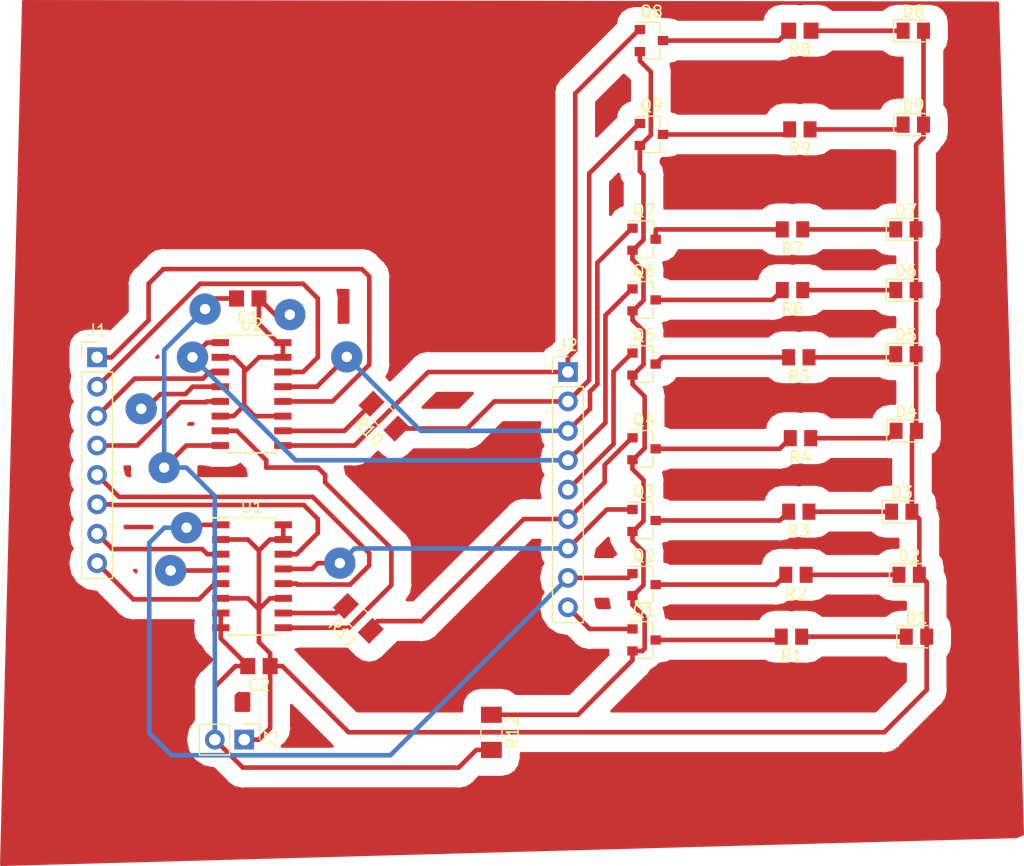
<source format=kicad_pcb>
(kicad_pcb (version 20171130) (host pcbnew 5.0.0-rc2-be01b52~65~ubuntu18.04.1)

  (general
    (thickness 1.6)
    (drawings 0)
    (tracks 315)
    (zones 0)
    (modules 37)
    (nets 41)
  )

  (page A4)
  (layers
    (0 F.Cu signal)
    (1 In1.Cu signal)
    (2 In2.Cu signal)
    (31 B.Cu signal)
    (32 B.Adhes user)
    (33 F.Adhes user)
    (34 B.Paste user)
    (35 F.Paste user)
    (36 B.SilkS user)
    (37 F.SilkS user)
    (38 B.Mask user)
    (39 F.Mask user)
    (40 Dwgs.User user)
    (41 Cmts.User user)
    (42 Eco1.User user)
    (43 Eco2.User user)
    (44 Edge.Cuts user)
    (45 Margin user)
    (46 B.CrtYd user)
    (47 F.CrtYd user)
    (48 B.Fab user)
    (49 F.Fab user)
  )

  (setup
    (last_trace_width 0.4)
    (trace_clearance 0.3)
    (zone_clearance 0.508)
    (zone_45_only no)
    (trace_min 0.2)
    (segment_width 0.2)
    (edge_width 0.15)
    (via_size 2.7)
    (via_drill 0.9)
    (via_min_size 0.4)
    (via_min_drill 0.3)
    (uvia_size 0.3)
    (uvia_drill 0.1)
    (uvias_allowed no)
    (uvia_min_size 0.2)
    (uvia_min_drill 0.1)
    (pcb_text_width 0.3)
    (pcb_text_size 1.5 1.5)
    (mod_edge_width 0.15)
    (mod_text_size 1 1)
    (mod_text_width 0.15)
    (pad_size 1.524 1.524)
    (pad_drill 0.762)
    (pad_to_mask_clearance 0.2)
    (aux_axis_origin 0 0)
    (visible_elements FFFFFF7F)
    (pcbplotparams
      (layerselection 0x010fc_ffffffff)
      (usegerberextensions false)
      (usegerberattributes false)
      (usegerberadvancedattributes false)
      (creategerberjobfile false)
      (excludeedgelayer true)
      (linewidth 0.100000)
      (plotframeref false)
      (viasonmask false)
      (mode 1)
      (useauxorigin false)
      (hpglpennumber 1)
      (hpglpenspeed 20)
      (hpglpendiameter 15)
      (psnegative false)
      (psa4output false)
      (plotreference true)
      (plotvalue true)
      (plotinvisibletext false)
      (padsonsilk false)
      (subtractmaskfromsilk false)
      (outputformat 1)
      (mirror false)
      (drillshape 1)
      (scaleselection 1)
      (outputdirectory ""))
  )

  (net 0 "")
  (net 1 "Net-(D8-Pad1)")
  (net 2 "Net-(Q8-Pad3)")
  (net 3 "Net-(D9-Pad1)")
  (net 4 "Net-(Q9-Pad3)")
  (net 5 "Net-(Q7-Pad3)")
  (net 6 "Net-(D7-Pad1)")
  (net 7 "Net-(D6-Pad1)")
  (net 8 "Net-(Q6-Pad3)")
  (net 9 "Net-(Q5-Pad3)")
  (net 10 "Net-(D5-Pad1)")
  (net 11 "Net-(D4-Pad1)")
  (net 12 "Net-(Q4-Pad3)")
  (net 13 "Net-(Q3-Pad3)")
  (net 14 "Net-(D3-Pad1)")
  (net 15 "Net-(D2-Pad1)")
  (net 16 "Net-(Q2-Pad3)")
  (net 17 "Net-(Q1-Pad3)")
  (net 18 "Net-(D1-Pad1)")
  (net 19 /Z7)
  (net 20 GND)
  (net 21 /C_OUT)
  (net 22 /Z6)
  (net 23 /Z0)
  (net 24 /Z2)
  (net 25 /Z3)
  (net 26 /Z4)
  (net 27 /Z5)
  (net 28 /Z1)
  (net 29 VCC)
  (net 30 /X1)
  (net 31 /X0)
  (net 32 "Net-(U1-Pad9)")
  (net 33 /X3)
  (net 34 /X2)
  (net 35 /X6)
  (net 36 /X7)
  (net 37 /X4)
  (net 38 /X5)
  (net 39 "Net-(R10-Pad2)")
  (net 40 "Net-(R11-Pad2)")

  (net_class Default "This is the default net class."
    (clearance 0.3)
    (trace_width 0.4)
    (via_dia 2.7)
    (via_drill 0.9)
    (uvia_dia 0.3)
    (uvia_drill 0.1)
    (add_net /C_OUT)
    (add_net /X0)
    (add_net /X1)
    (add_net /X2)
    (add_net /X3)
    (add_net /X4)
    (add_net /X5)
    (add_net /X6)
    (add_net /X7)
    (add_net /Z0)
    (add_net /Z1)
    (add_net /Z2)
    (add_net /Z3)
    (add_net /Z4)
    (add_net /Z5)
    (add_net /Z6)
    (add_net /Z7)
    (add_net GND)
    (add_net "Net-(D1-Pad1)")
    (add_net "Net-(D2-Pad1)")
    (add_net "Net-(D3-Pad1)")
    (add_net "Net-(D4-Pad1)")
    (add_net "Net-(D5-Pad1)")
    (add_net "Net-(D6-Pad1)")
    (add_net "Net-(D7-Pad1)")
    (add_net "Net-(D8-Pad1)")
    (add_net "Net-(D9-Pad1)")
    (add_net "Net-(Q1-Pad3)")
    (add_net "Net-(Q2-Pad3)")
    (add_net "Net-(Q3-Pad3)")
    (add_net "Net-(Q4-Pad3)")
    (add_net "Net-(Q5-Pad3)")
    (add_net "Net-(Q6-Pad3)")
    (add_net "Net-(Q7-Pad3)")
    (add_net "Net-(Q8-Pad3)")
    (add_net "Net-(Q9-Pad3)")
    (add_net "Net-(R10-Pad2)")
    (add_net "Net-(R11-Pad2)")
    (add_net "Net-(U1-Pad9)")
    (add_net VCC)
  )

  (module Resistor_SMD:R_1206_3216Metric_Pad1.39x1.80mm_HandSolder (layer F.Cu) (tedit 5AC5DB74) (tstamp 5B2BE9F1)
    (at 70.231 63.506499 270)
    (descr "Resistor SMD 1206 (3216 Metric), square (rectangular) end terminal, IPC_7351 nominal with elongated pad for handsoldering. (Body size source: http://www.tortai-tech.com/upload/download/2011102023233369053.pdf), generated with kicad-footprint-generator")
    (tags "resistor handsolder")
    (path /5B52BD7C)
    (attr smd)
    (fp_text reference R12 (at 0 -1.85 270) (layer F.SilkS)
      (effects (font (size 1 1) (thickness 0.15)))
    )
    (fp_text value 0 (at 0 1.85 270) (layer F.Fab)
      (effects (font (size 1 1) (thickness 0.15)))
    )
    (fp_text user %R (at 0 0 270) (layer F.Fab)
      (effects (font (size 0.8 0.8) (thickness 0.12)))
    )
    (fp_line (start 2.46 1.15) (end -2.46 1.15) (layer F.CrtYd) (width 0.05))
    (fp_line (start 2.46 -1.15) (end 2.46 1.15) (layer F.CrtYd) (width 0.05))
    (fp_line (start -2.46 -1.15) (end 2.46 -1.15) (layer F.CrtYd) (width 0.05))
    (fp_line (start -2.46 1.15) (end -2.46 -1.15) (layer F.CrtYd) (width 0.05))
    (fp_line (start -0.5 0.91) (end 0.5 0.91) (layer F.SilkS) (width 0.12))
    (fp_line (start -0.5 -0.91) (end 0.5 -0.91) (layer F.SilkS) (width 0.12))
    (fp_line (start 1.6 0.8) (end -1.6 0.8) (layer F.Fab) (width 0.1))
    (fp_line (start 1.6 -0.8) (end 1.6 0.8) (layer F.Fab) (width 0.1))
    (fp_line (start -1.6 -0.8) (end 1.6 -0.8) (layer F.Fab) (width 0.1))
    (fp_line (start -1.6 0.8) (end -1.6 -0.8) (layer F.Fab) (width 0.1))
    (pad 2 smd rect (at 1.5175 0 270) (size 1.395 1.8) (layers F.Cu F.Paste F.Mask)
      (net 20 GND))
    (pad 1 smd rect (at -1.5175 0 270) (size 1.395 1.8) (layers F.Cu F.Paste F.Mask)
      (net 20 GND))
    (model ${KISYS3DMOD}/Resistor_SMD.3dshapes/R_1206_3216Metric.wrl
      (at (xyz 0 0 0))
      (scale (xyz 1 1 1))
      (rotate (xyz 0 0 0))
    )
  )

  (module Resistor_SMD:R_1206_3216Metric_Pad1.39x1.80mm_HandSolder (layer F.Cu) (tedit 5AC5DB74) (tstamp 5B2BF08D)
    (at 58.743965 53.663965 135)
    (descr "Resistor SMD 1206 (3216 Metric), square (rectangular) end terminal, IPC_7351 nominal with elongated pad for handsoldering. (Body size source: http://www.tortai-tech.com/upload/download/2011102023233369053.pdf), generated with kicad-footprint-generator")
    (tags "resistor handsolder")
    (path /5B537E4F)
    (attr smd)
    (fp_text reference R11 (at 0 -1.85 135) (layer F.SilkS)
      (effects (font (size 1 1) (thickness 0.15)))
    )
    (fp_text value 0 (at 0 1.85 135) (layer F.Fab)
      (effects (font (size 1 1) (thickness 0.15)))
    )
    (fp_line (start -1.6 0.8) (end -1.6 -0.8) (layer F.Fab) (width 0.1))
    (fp_line (start -1.6 -0.8) (end 1.6 -0.8) (layer F.Fab) (width 0.1))
    (fp_line (start 1.6 -0.8) (end 1.6 0.8) (layer F.Fab) (width 0.1))
    (fp_line (start 1.6 0.8) (end -1.6 0.8) (layer F.Fab) (width 0.1))
    (fp_line (start -0.5 -0.91) (end 0.5 -0.91) (layer F.SilkS) (width 0.12))
    (fp_line (start -0.5 0.91) (end 0.5 0.91) (layer F.SilkS) (width 0.12))
    (fp_line (start -2.46 1.15) (end -2.46 -1.15) (layer F.CrtYd) (width 0.05))
    (fp_line (start -2.46 -1.15) (end 2.46 -1.15) (layer F.CrtYd) (width 0.05))
    (fp_line (start 2.46 -1.15) (end 2.46 1.15) (layer F.CrtYd) (width 0.05))
    (fp_line (start 2.46 1.15) (end -2.46 1.15) (layer F.CrtYd) (width 0.05))
    (fp_text user %R (at 0 0 135) (layer F.Fab)
      (effects (font (size 0.8 0.8) (thickness 0.12)))
    )
    (pad 1 smd rect (at -1.517501 0 135) (size 1.395 1.8) (layers F.Cu F.Paste F.Mask)
      (net 25 /Z3))
    (pad 2 smd rect (at 1.517501 0 135) (size 1.395 1.8) (layers F.Cu F.Paste F.Mask)
      (net 40 "Net-(R11-Pad2)"))
    (model ${KISYS3DMOD}/Resistor_SMD.3dshapes/R_1206_3216Metric.wrl
      (at (xyz 0 0 0))
      (scale (xyz 1 1 1))
      (rotate (xyz 0 0 0))
    )
  )

  (module Resistor_SMD:R_0805_2012Metric_Pad1.29x1.40mm_HandSolder (layer F.Cu) (tedit 5AC5DB74) (tstamp 5B2B9701)
    (at 96.857505 2.9075 180)
    (descr "Resistor SMD 0805 (2012 Metric), square (rectangular) end terminal, IPC_7351 nominal with elongated pad for handsoldering. (Body size source: http://www.tortai-tech.com/upload/download/2011102023233369053.pdf), generated with kicad-footprint-generator")
    (tags "resistor handsolder")
    (path /5B58AD87/6AD31404)
    (attr smd)
    (fp_text reference R8 (at 0 -1.65 180) (layer F.SilkS)
      (effects (font (size 1 1) (thickness 0.15)))
    )
    (fp_text value 820R (at 0 1.65 180) (layer F.Fab)
      (effects (font (size 1 1) (thickness 0.15)))
    )
    (fp_line (start -1 0.6) (end -1 -0.6) (layer F.Fab) (width 0.1))
    (fp_line (start -1 -0.6) (end 1 -0.6) (layer F.Fab) (width 0.1))
    (fp_line (start 1 -0.6) (end 1 0.6) (layer F.Fab) (width 0.1))
    (fp_line (start 1 0.6) (end -1 0.6) (layer F.Fab) (width 0.1))
    (fp_line (start -1.86 0.95) (end -1.86 -0.95) (layer F.CrtYd) (width 0.05))
    (fp_line (start -1.86 -0.95) (end 1.86 -0.95) (layer F.CrtYd) (width 0.05))
    (fp_line (start 1.86 -0.95) (end 1.86 0.95) (layer F.CrtYd) (width 0.05))
    (fp_line (start 1.86 0.95) (end -1.86 0.95) (layer F.CrtYd) (width 0.05))
    (fp_text user %R (at 0 0 180) (layer F.Fab)
      (effects (font (size 0.5 0.5) (thickness 0.08)))
    )
    (pad 1 smd rect (at -0.9675 0 180) (size 1.295 1.4) (layers F.Cu F.Paste F.Mask)
      (net 1 "Net-(D8-Pad1)"))
    (pad 2 smd rect (at 0.9675 0 180) (size 1.295 1.4) (layers F.Cu F.Paste F.Mask)
      (net 2 "Net-(Q8-Pad3)"))
    (model ${KISYS3DMOD}/Resistor_SMD.3dshapes/R_0805_2012Metric.wrl
      (at (xyz 0 0 0))
      (scale (xyz 1 1 1))
      (rotate (xyz 0 0 0))
    )
  )

  (module LED_SMD:LED_0805_2012Metric_Pad1.12x1.40mm_HandSolder (layer F.Cu) (tedit 5AC5DB75) (tstamp 5B2B9918)
    (at 106.650001 2.9075)
    (descr "LED SMD 0805 (2012 Metric), square (rectangular) end terminal, IPC_7351 nominal, (Body size source: http://www.tortai-tech.com/upload/download/2011102023233369053.pdf), generated with kicad-footprint-generator")
    (tags "LED handsolder")
    (path /5B58AD87/6AD31407)
    (attr smd)
    (fp_text reference D8 (at 0 -1.65) (layer F.SilkS)
      (effects (font (size 1 1) (thickness 0.15)))
    )
    (fp_text value BLUE (at 0 1.65) (layer F.Fab)
      (effects (font (size 1 1) (thickness 0.15)))
    )
    (fp_text user %R (at 0 0) (layer F.Fab)
      (effects (font (size 0.5 0.5) (thickness 0.08)))
    )
    (fp_line (start 1.69 0.95) (end -1.69 0.95) (layer F.CrtYd) (width 0.05))
    (fp_line (start 1.69 -0.95) (end 1.69 0.95) (layer F.CrtYd) (width 0.05))
    (fp_line (start -1.69 -0.95) (end 1.69 -0.95) (layer F.CrtYd) (width 0.05))
    (fp_line (start -1.69 0.95) (end -1.69 -0.95) (layer F.CrtYd) (width 0.05))
    (fp_line (start -1.7 0.96) (end 1 0.96) (layer F.SilkS) (width 0.12))
    (fp_line (start -1.7 -0.96) (end -1.7 0.96) (layer F.SilkS) (width 0.12))
    (fp_line (start 1 -0.96) (end -1.7 -0.96) (layer F.SilkS) (width 0.12))
    (fp_line (start 1 0.6) (end 1 -0.6) (layer F.Fab) (width 0.1))
    (fp_line (start -1 0.6) (end 1 0.6) (layer F.Fab) (width 0.1))
    (fp_line (start -1 -0.3) (end -1 0.6) (layer F.Fab) (width 0.1))
    (fp_line (start -0.7 -0.6) (end -1 -0.3) (layer F.Fab) (width 0.1))
    (fp_line (start 1 -0.6) (end -0.7 -0.6) (layer F.Fab) (width 0.1))
    (pad 2 smd rect (at 0.88 0) (size 1.12 1.4) (layers F.Cu F.Paste F.Mask)
      (net 29 VCC))
    (pad 1 smd rect (at -0.88 0) (size 1.12 1.4) (layers F.Cu F.Paste F.Mask)
      (net 1 "Net-(D8-Pad1)"))
    (model ${KISYS3DMOD}/LED_SMD.3dshapes/LED_0805_2012Metric.wrl
      (at (xyz 0 0 0))
      (scale (xyz 1 1 1))
      (rotate (xyz 0 0 0))
    )
  )

  (module Package_TO_SOT_SMD:SOT-23 (layer F.Cu) (tedit 5A02FF57) (tstamp 5B2B97A3)
    (at 84.044762 3.7575)
    (descr "SOT-23, Standard")
    (tags SOT-23)
    (path /5B58AD87/6AD31405)
    (attr smd)
    (fp_text reference Q8 (at 0 -2.5) (layer F.SilkS)
      (effects (font (size 1 1) (thickness 0.15)))
    )
    (fp_text value 2N7002 (at 0 2.5) (layer F.Fab)
      (effects (font (size 1 1) (thickness 0.15)))
    )
    (fp_line (start 0.76 1.58) (end -0.7 1.58) (layer F.SilkS) (width 0.12))
    (fp_line (start 0.76 -1.58) (end -1.4 -1.58) (layer F.SilkS) (width 0.12))
    (fp_line (start -1.7 1.75) (end -1.7 -1.75) (layer F.CrtYd) (width 0.05))
    (fp_line (start 1.7 1.75) (end -1.7 1.75) (layer F.CrtYd) (width 0.05))
    (fp_line (start 1.7 -1.75) (end 1.7 1.75) (layer F.CrtYd) (width 0.05))
    (fp_line (start -1.7 -1.75) (end 1.7 -1.75) (layer F.CrtYd) (width 0.05))
    (fp_line (start 0.76 -1.58) (end 0.76 -0.65) (layer F.SilkS) (width 0.12))
    (fp_line (start 0.76 1.58) (end 0.76 0.65) (layer F.SilkS) (width 0.12))
    (fp_line (start -0.7 1.52) (end 0.7 1.52) (layer F.Fab) (width 0.1))
    (fp_line (start 0.7 -1.52) (end 0.7 1.52) (layer F.Fab) (width 0.1))
    (fp_line (start -0.7 -0.95) (end -0.15 -1.52) (layer F.Fab) (width 0.1))
    (fp_line (start -0.15 -1.52) (end 0.7 -1.52) (layer F.Fab) (width 0.1))
    (fp_line (start -0.7 -0.95) (end -0.7 1.5) (layer F.Fab) (width 0.1))
    (fp_text user %R (at 0 0 90) (layer F.Fab)
      (effects (font (size 0.5 0.5) (thickness 0.075)))
    )
    (pad 3 smd rect (at 1 0) (size 0.9 0.8) (layers F.Cu F.Paste F.Mask)
      (net 2 "Net-(Q8-Pad3)"))
    (pad 2 smd rect (at -1 0.95) (size 0.9 0.8) (layers F.Cu F.Paste F.Mask)
      (net 20 GND))
    (pad 1 smd rect (at -1 -0.95) (size 0.9 0.8) (layers F.Cu F.Paste F.Mask)
      (net 21 /C_OUT))
    (model ${KISYS3DMOD}/Package_TO_SOT_SMD.3dshapes/SOT-23.wrl
      (at (xyz 0 0 0))
      (scale (xyz 1 1 1))
      (rotate (xyz 0 0 0))
    )
  )

  (module Resistor_SMD:R_1206_3216Metric_Pad1.39x1.80mm_HandSolder (layer F.Cu) (tedit 5AC5DB74) (tstamp 5B2BAA72)
    (at 60.96 36.195 135)
    (descr "Resistor SMD 1206 (3216 Metric), square (rectangular) end terminal, IPC_7351 nominal with elongated pad for handsoldering. (Body size source: http://www.tortai-tech.com/upload/download/2011102023233369053.pdf), generated with kicad-footprint-generator")
    (tags "resistor handsolder")
    (path /5B52017E)
    (attr smd)
    (fp_text reference R10 (at 0 -1.85 135) (layer F.SilkS)
      (effects (font (size 1 1) (thickness 0.15)))
    )
    (fp_text value 0 (at 0 1.85 135) (layer F.Fab)
      (effects (font (size 1 1) (thickness 0.15)))
    )
    (fp_line (start -1.6 0.8) (end -1.6 -0.8) (layer F.Fab) (width 0.1))
    (fp_line (start -1.6 -0.8) (end 1.6 -0.8) (layer F.Fab) (width 0.1))
    (fp_line (start 1.6 -0.8) (end 1.6 0.8) (layer F.Fab) (width 0.1))
    (fp_line (start 1.6 0.8) (end -1.6 0.8) (layer F.Fab) (width 0.1))
    (fp_line (start -0.5 -0.91) (end 0.5 -0.91) (layer F.SilkS) (width 0.12))
    (fp_line (start -0.5 0.91) (end 0.5 0.91) (layer F.SilkS) (width 0.12))
    (fp_line (start -2.46 1.15) (end -2.46 -1.15) (layer F.CrtYd) (width 0.05))
    (fp_line (start -2.46 -1.15) (end 2.46 -1.15) (layer F.CrtYd) (width 0.05))
    (fp_line (start 2.46 -1.15) (end 2.46 1.15) (layer F.CrtYd) (width 0.05))
    (fp_line (start 2.46 1.15) (end -2.46 1.15) (layer F.CrtYd) (width 0.05))
    (fp_text user %R (at 0 0 135) (layer F.Fab)
      (effects (font (size 0.8 0.8) (thickness 0.12)))
    )
    (pad 1 smd rect (at -1.5175 0 135) (size 1.395 1.8) (layers F.Cu F.Paste F.Mask)
      (net 19 /Z7))
    (pad 2 smd rect (at 1.5175 0 135) (size 1.395 1.8) (layers F.Cu F.Paste F.Mask)
      (net 39 "Net-(R10-Pad2)"))
    (model ${KISYS3DMOD}/Resistor_SMD.3dshapes/R_1206_3216Metric.wrl
      (at (xyz 0 0 0))
      (scale (xyz 1 1 1))
      (rotate (xyz 0 0 0))
    )
  )

  (module Capacitor_SMD:C_0805_2012Metric_Pad1.29x1.40mm_HandSolder (layer F.Cu) (tedit 5AC5DB74) (tstamp 5B2B9DC7)
    (at 49.1975 26.035 180)
    (descr "Capacitor SMD 0805 (2012 Metric), square (rectangular) end terminal, IPC_7351 nominal with elongated pad for handsoldering. (Body size source: http://www.tortai-tech.com/upload/download/2011102023233369053.pdf), generated with kicad-footprint-generator")
    (tags "capacitor handsolder")
    (path /5B6737E0)
    (attr smd)
    (fp_text reference C1 (at 0 -1.65 180) (layer F.SilkS)
      (effects (font (size 1 1) (thickness 0.15)))
    )
    (fp_text value 100nF (at 0 1.65 180) (layer F.Fab)
      (effects (font (size 1 1) (thickness 0.15)))
    )
    (fp_text user %R (at 0 0 180) (layer F.Fab)
      (effects (font (size 0.5 0.5) (thickness 0.08)))
    )
    (fp_line (start 1.86 0.95) (end -1.86 0.95) (layer F.CrtYd) (width 0.05))
    (fp_line (start 1.86 -0.95) (end 1.86 0.95) (layer F.CrtYd) (width 0.05))
    (fp_line (start -1.86 -0.95) (end 1.86 -0.95) (layer F.CrtYd) (width 0.05))
    (fp_line (start -1.86 0.95) (end -1.86 -0.95) (layer F.CrtYd) (width 0.05))
    (fp_line (start 1 0.6) (end -1 0.6) (layer F.Fab) (width 0.1))
    (fp_line (start 1 -0.6) (end 1 0.6) (layer F.Fab) (width 0.1))
    (fp_line (start -1 -0.6) (end 1 -0.6) (layer F.Fab) (width 0.1))
    (fp_line (start -1 0.6) (end -1 -0.6) (layer F.Fab) (width 0.1))
    (pad 2 smd rect (at 0.9675 0 180) (size 1.295 1.4) (layers F.Cu F.Paste F.Mask)
      (net 20 GND))
    (pad 1 smd rect (at -0.9675 0 180) (size 1.295 1.4) (layers F.Cu F.Paste F.Mask)
      (net 29 VCC))
    (model ${KISYS3DMOD}/Capacitor_SMD.3dshapes/C_0805_2012Metric.wrl
      (at (xyz 0 0 0))
      (scale (xyz 1 1 1))
      (rotate (xyz 0 0 0))
    )
  )

  (module Capacitor_SMD:C_0805_2012Metric_Pad1.29x1.40mm_HandSolder (layer F.Cu) (tedit 5AC5DB74) (tstamp 5B2B9989)
    (at 50.165 57.785 180)
    (descr "Capacitor SMD 0805 (2012 Metric), square (rectangular) end terminal, IPC_7351 nominal with elongated pad for handsoldering. (Body size source: http://www.tortai-tech.com/upload/download/2011102023233369053.pdf), generated with kicad-footprint-generator")
    (tags "capacitor handsolder")
    (path /5B6738F5)
    (attr smd)
    (fp_text reference C2 (at 0 -1.65 180) (layer F.SilkS)
      (effects (font (size 1 1) (thickness 0.15)))
    )
    (fp_text value 100nF (at 0 1.65 180) (layer F.Fab)
      (effects (font (size 1 1) (thickness 0.15)))
    )
    (fp_line (start -1 0.6) (end -1 -0.6) (layer F.Fab) (width 0.1))
    (fp_line (start -1 -0.6) (end 1 -0.6) (layer F.Fab) (width 0.1))
    (fp_line (start 1 -0.6) (end 1 0.6) (layer F.Fab) (width 0.1))
    (fp_line (start 1 0.6) (end -1 0.6) (layer F.Fab) (width 0.1))
    (fp_line (start -1.86 0.95) (end -1.86 -0.95) (layer F.CrtYd) (width 0.05))
    (fp_line (start -1.86 -0.95) (end 1.86 -0.95) (layer F.CrtYd) (width 0.05))
    (fp_line (start 1.86 -0.95) (end 1.86 0.95) (layer F.CrtYd) (width 0.05))
    (fp_line (start 1.86 0.95) (end -1.86 0.95) (layer F.CrtYd) (width 0.05))
    (fp_text user %R (at 0 0 180) (layer F.Fab)
      (effects (font (size 0.5 0.5) (thickness 0.08)))
    )
    (pad 1 smd rect (at -0.9675 0 180) (size 1.295 1.4) (layers F.Cu F.Paste F.Mask)
      (net 29 VCC))
    (pad 2 smd rect (at 0.9675 0 180) (size 1.295 1.4) (layers F.Cu F.Paste F.Mask)
      (net 20 GND))
    (model ${KISYS3DMOD}/Capacitor_SMD.3dshapes/C_0805_2012Metric.wrl
      (at (xyz 0 0 0))
      (scale (xyz 1 1 1))
      (rotate (xyz 0 0 0))
    )
  )

  (module Connector_PinHeader_2.54mm:PinHeader_1x02_P2.54mm_Vertical (layer F.Cu) (tedit 59FED5CC) (tstamp 5B2B9C5D)
    (at 48.895 64.135 270)
    (descr "Through hole straight pin header, 1x02, 2.54mm pitch, single row")
    (tags "Through hole pin header THT 1x02 2.54mm single row")
    (path /5B51FDC7)
    (fp_text reference J3 (at 0 -2.33 270) (layer F.SilkS)
      (effects (font (size 1 1) (thickness 0.15)))
    )
    (fp_text value Conn_01x02 (at 0 4.87 270) (layer F.Fab)
      (effects (font (size 1 1) (thickness 0.15)))
    )
    (fp_line (start -0.635 -1.27) (end 1.27 -1.27) (layer F.Fab) (width 0.1))
    (fp_line (start 1.27 -1.27) (end 1.27 3.81) (layer F.Fab) (width 0.1))
    (fp_line (start 1.27 3.81) (end -1.27 3.81) (layer F.Fab) (width 0.1))
    (fp_line (start -1.27 3.81) (end -1.27 -0.635) (layer F.Fab) (width 0.1))
    (fp_line (start -1.27 -0.635) (end -0.635 -1.27) (layer F.Fab) (width 0.1))
    (fp_line (start -1.33 3.87) (end 1.33 3.87) (layer F.SilkS) (width 0.12))
    (fp_line (start -1.33 1.27) (end -1.33 3.87) (layer F.SilkS) (width 0.12))
    (fp_line (start 1.33 1.27) (end 1.33 3.87) (layer F.SilkS) (width 0.12))
    (fp_line (start -1.33 1.27) (end 1.33 1.27) (layer F.SilkS) (width 0.12))
    (fp_line (start -1.33 0) (end -1.33 -1.33) (layer F.SilkS) (width 0.12))
    (fp_line (start -1.33 -1.33) (end 0 -1.33) (layer F.SilkS) (width 0.12))
    (fp_line (start -1.8 -1.8) (end -1.8 4.35) (layer F.CrtYd) (width 0.05))
    (fp_line (start -1.8 4.35) (end 1.8 4.35) (layer F.CrtYd) (width 0.05))
    (fp_line (start 1.8 4.35) (end 1.8 -1.8) (layer F.CrtYd) (width 0.05))
    (fp_line (start 1.8 -1.8) (end -1.8 -1.8) (layer F.CrtYd) (width 0.05))
    (fp_text user %R (at 0 1.27) (layer F.Fab)
      (effects (font (size 1 1) (thickness 0.15)))
    )
    (pad 1 thru_hole rect (at 0 0 270) (size 1.7 1.7) (drill 1) (layers *.Cu *.Mask)
      (net 29 VCC))
    (pad 2 thru_hole oval (at 0 2.54 270) (size 1.7 1.7) (drill 1) (layers *.Cu *.Mask)
      (net 20 GND))
    (model ${KISYS3DMOD}/Connector_PinHeader_2.54mm.3dshapes/PinHeader_1x02_P2.54mm_Vertical.wrl
      (at (xyz 0 0 0))
      (scale (xyz 1 1 1))
      (rotate (xyz 0 0 0))
    )
  )

  (module Connector_PinHeader_2.54mm:PinHeader_1x08_P2.54mm_Vertical (layer F.Cu) (tedit 59FED5CC) (tstamp 5B2B9964)
    (at 36.195 31.115)
    (descr "Through hole straight pin header, 1x08, 2.54mm pitch, single row")
    (tags "Through hole pin header THT 1x08 2.54mm single row")
    (path /5B4D4A48)
    (fp_text reference J1 (at 0 -2.33) (layer F.SilkS)
      (effects (font (size 1 1) (thickness 0.15)))
    )
    (fp_text value Conn_01x08 (at 0 20.11) (layer F.Fab)
      (effects (font (size 1 1) (thickness 0.15)))
    )
    (fp_line (start -0.635 -1.27) (end 1.27 -1.27) (layer F.Fab) (width 0.1))
    (fp_line (start 1.27 -1.27) (end 1.27 19.05) (layer F.Fab) (width 0.1))
    (fp_line (start 1.27 19.05) (end -1.27 19.05) (layer F.Fab) (width 0.1))
    (fp_line (start -1.27 19.05) (end -1.27 -0.635) (layer F.Fab) (width 0.1))
    (fp_line (start -1.27 -0.635) (end -0.635 -1.27) (layer F.Fab) (width 0.1))
    (fp_line (start -1.33 19.11) (end 1.33 19.11) (layer F.SilkS) (width 0.12))
    (fp_line (start -1.33 1.27) (end -1.33 19.11) (layer F.SilkS) (width 0.12))
    (fp_line (start 1.33 1.27) (end 1.33 19.11) (layer F.SilkS) (width 0.12))
    (fp_line (start -1.33 1.27) (end 1.33 1.27) (layer F.SilkS) (width 0.12))
    (fp_line (start -1.33 0) (end -1.33 -1.33) (layer F.SilkS) (width 0.12))
    (fp_line (start -1.33 -1.33) (end 0 -1.33) (layer F.SilkS) (width 0.12))
    (fp_line (start -1.8 -1.8) (end -1.8 19.55) (layer F.CrtYd) (width 0.05))
    (fp_line (start -1.8 19.55) (end 1.8 19.55) (layer F.CrtYd) (width 0.05))
    (fp_line (start 1.8 19.55) (end 1.8 -1.8) (layer F.CrtYd) (width 0.05))
    (fp_line (start 1.8 -1.8) (end -1.8 -1.8) (layer F.CrtYd) (width 0.05))
    (fp_text user %R (at 0 8.89 90) (layer F.Fab)
      (effects (font (size 1 1) (thickness 0.15)))
    )
    (pad 1 thru_hole rect (at 0 0) (size 1.7 1.7) (drill 1) (layers *.Cu *.Mask)
      (net 36 /X7))
    (pad 2 thru_hole oval (at 0 2.54) (size 1.7 1.7) (drill 1) (layers *.Cu *.Mask)
      (net 35 /X6))
    (pad 3 thru_hole oval (at 0 5.08) (size 1.7 1.7) (drill 1) (layers *.Cu *.Mask)
      (net 38 /X5))
    (pad 4 thru_hole oval (at 0 7.62) (size 1.7 1.7) (drill 1) (layers *.Cu *.Mask)
      (net 37 /X4))
    (pad 5 thru_hole oval (at 0 10.16) (size 1.7 1.7) (drill 1) (layers *.Cu *.Mask)
      (net 33 /X3))
    (pad 6 thru_hole oval (at 0 12.7) (size 1.7 1.7) (drill 1) (layers *.Cu *.Mask)
      (net 34 /X2))
    (pad 7 thru_hole oval (at 0 15.24) (size 1.7 1.7) (drill 1) (layers *.Cu *.Mask)
      (net 30 /X1))
    (pad 8 thru_hole oval (at 0 17.78) (size 1.7 1.7) (drill 1) (layers *.Cu *.Mask)
      (net 31 /X0))
    (model ${KISYS3DMOD}/Connector_PinHeader_2.54mm.3dshapes/PinHeader_1x08_P2.54mm_Vertical.wrl
      (at (xyz 0 0 0))
      (scale (xyz 1 1 1))
      (rotate (xyz 0 0 0))
    )
  )

  (module Connector_PinHeader_2.54mm:PinHeader_1x09_P2.54mm_Vertical (layer F.Cu) (tedit 59FED5CC) (tstamp 5B2B9948)
    (at 76.835 32.385)
    (descr "Through hole straight pin header, 1x09, 2.54mm pitch, single row")
    (tags "Through hole pin header THT 1x09 2.54mm single row")
    (path /5B4F42BF)
    (fp_text reference J2 (at 0 -2.33) (layer F.SilkS)
      (effects (font (size 1 1) (thickness 0.15)))
    )
    (fp_text value Conn_01x09 (at 0 22.65) (layer F.Fab)
      (effects (font (size 1 1) (thickness 0.15)))
    )
    (fp_line (start -0.635 -1.27) (end 1.27 -1.27) (layer F.Fab) (width 0.1))
    (fp_line (start 1.27 -1.27) (end 1.27 21.59) (layer F.Fab) (width 0.1))
    (fp_line (start 1.27 21.59) (end -1.27 21.59) (layer F.Fab) (width 0.1))
    (fp_line (start -1.27 21.59) (end -1.27 -0.635) (layer F.Fab) (width 0.1))
    (fp_line (start -1.27 -0.635) (end -0.635 -1.27) (layer F.Fab) (width 0.1))
    (fp_line (start -1.33 21.65) (end 1.33 21.65) (layer F.SilkS) (width 0.12))
    (fp_line (start -1.33 1.27) (end -1.33 21.65) (layer F.SilkS) (width 0.12))
    (fp_line (start 1.33 1.27) (end 1.33 21.65) (layer F.SilkS) (width 0.12))
    (fp_line (start -1.33 1.27) (end 1.33 1.27) (layer F.SilkS) (width 0.12))
    (fp_line (start -1.33 0) (end -1.33 -1.33) (layer F.SilkS) (width 0.12))
    (fp_line (start -1.33 -1.33) (end 0 -1.33) (layer F.SilkS) (width 0.12))
    (fp_line (start -1.8 -1.8) (end -1.8 22.1) (layer F.CrtYd) (width 0.05))
    (fp_line (start -1.8 22.1) (end 1.8 22.1) (layer F.CrtYd) (width 0.05))
    (fp_line (start 1.8 22.1) (end 1.8 -1.8) (layer F.CrtYd) (width 0.05))
    (fp_line (start 1.8 -1.8) (end -1.8 -1.8) (layer F.CrtYd) (width 0.05))
    (fp_text user %R (at 0 10.16 90) (layer F.Fab)
      (effects (font (size 1 1) (thickness 0.15)))
    )
    (pad 1 thru_hole rect (at 0 0) (size 1.7 1.7) (drill 1) (layers *.Cu *.Mask)
      (net 21 /C_OUT))
    (pad 2 thru_hole oval (at 0 2.54) (size 1.7 1.7) (drill 1) (layers *.Cu *.Mask)
      (net 19 /Z7))
    (pad 3 thru_hole oval (at 0 5.08) (size 1.7 1.7) (drill 1) (layers *.Cu *.Mask)
      (net 22 /Z6))
    (pad 4 thru_hole oval (at 0 7.62) (size 1.7 1.7) (drill 1) (layers *.Cu *.Mask)
      (net 27 /Z5))
    (pad 5 thru_hole oval (at 0 10.16) (size 1.7 1.7) (drill 1) (layers *.Cu *.Mask)
      (net 26 /Z4))
    (pad 6 thru_hole oval (at 0 12.7) (size 1.7 1.7) (drill 1) (layers *.Cu *.Mask)
      (net 25 /Z3))
    (pad 7 thru_hole oval (at 0 15.24) (size 1.7 1.7) (drill 1) (layers *.Cu *.Mask)
      (net 24 /Z2))
    (pad 8 thru_hole oval (at 0 17.78) (size 1.7 1.7) (drill 1) (layers *.Cu *.Mask)
      (net 28 /Z1))
    (pad 9 thru_hole oval (at 0 20.32) (size 1.7 1.7) (drill 1) (layers *.Cu *.Mask)
      (net 23 /Z0))
    (model ${KISYS3DMOD}/Connector_PinHeader_2.54mm.3dshapes/PinHeader_1x09_P2.54mm_Vertical.wrl
      (at (xyz 0 0 0))
      (scale (xyz 1 1 1))
      (rotate (xyz 0 0 0))
    )
  )

  (module LED_SMD:LED_0805_2012Metric_Pad1.12x1.40mm_HandSolder (layer F.Cu) (tedit 5AC5DB75) (tstamp 5B2B992B)
    (at 106.650001 11.0175)
    (descr "LED SMD 0805 (2012 Metric), square (rectangular) end terminal, IPC_7351 nominal, (Body size source: http://www.tortai-tech.com/upload/download/2011102023233369053.pdf), generated with kicad-footprint-generator")
    (tags "LED handsolder")
    (path /5B58C14C/5BF1FBAD)
    (attr smd)
    (fp_text reference D9 (at 0 -1.65) (layer F.SilkS)
      (effects (font (size 1 1) (thickness 0.15)))
    )
    (fp_text value RED (at 0 1.65) (layer F.Fab)
      (effects (font (size 1 1) (thickness 0.15)))
    )
    (fp_line (start 1 -0.6) (end -0.7 -0.6) (layer F.Fab) (width 0.1))
    (fp_line (start -0.7 -0.6) (end -1 -0.3) (layer F.Fab) (width 0.1))
    (fp_line (start -1 -0.3) (end -1 0.6) (layer F.Fab) (width 0.1))
    (fp_line (start -1 0.6) (end 1 0.6) (layer F.Fab) (width 0.1))
    (fp_line (start 1 0.6) (end 1 -0.6) (layer F.Fab) (width 0.1))
    (fp_line (start 1 -0.96) (end -1.7 -0.96) (layer F.SilkS) (width 0.12))
    (fp_line (start -1.7 -0.96) (end -1.7 0.96) (layer F.SilkS) (width 0.12))
    (fp_line (start -1.7 0.96) (end 1 0.96) (layer F.SilkS) (width 0.12))
    (fp_line (start -1.69 0.95) (end -1.69 -0.95) (layer F.CrtYd) (width 0.05))
    (fp_line (start -1.69 -0.95) (end 1.69 -0.95) (layer F.CrtYd) (width 0.05))
    (fp_line (start 1.69 -0.95) (end 1.69 0.95) (layer F.CrtYd) (width 0.05))
    (fp_line (start 1.69 0.95) (end -1.69 0.95) (layer F.CrtYd) (width 0.05))
    (fp_text user %R (at 0 0) (layer F.Fab)
      (effects (font (size 0.5 0.5) (thickness 0.08)))
    )
    (pad 1 smd rect (at -0.88 0) (size 1.12 1.4) (layers F.Cu F.Paste F.Mask)
      (net 3 "Net-(D9-Pad1)"))
    (pad 2 smd rect (at 0.88 0) (size 1.12 1.4) (layers F.Cu F.Paste F.Mask)
      (net 29 VCC))
    (model ${KISYS3DMOD}/LED_SMD.3dshapes/LED_0805_2012Metric.wrl
      (at (xyz 0 0 0))
      (scale (xyz 1 1 1))
      (rotate (xyz 0 0 0))
    )
  )

  (module LED_SMD:LED_0805_2012Metric_Pad1.12x1.40mm_HandSolder (layer F.Cu) (tedit 5AC5DB75) (tstamp 5B2B9905)
    (at 106.015001 20.0675)
    (descr "LED SMD 0805 (2012 Metric), square (rectangular) end terminal, IPC_7351 nominal, (Body size source: http://www.tortai-tech.com/upload/download/2011102023233369053.pdf), generated with kicad-footprint-generator")
    (tags "LED handsolder")
    (path /5B58AD84/5BF1FBAD)
    (attr smd)
    (fp_text reference D7 (at 0 -1.65) (layer F.SilkS)
      (effects (font (size 1 1) (thickness 0.15)))
    )
    (fp_text value RED (at 0 1.65) (layer F.Fab)
      (effects (font (size 1 1) (thickness 0.15)))
    )
    (fp_line (start 1 -0.6) (end -0.7 -0.6) (layer F.Fab) (width 0.1))
    (fp_line (start -0.7 -0.6) (end -1 -0.3) (layer F.Fab) (width 0.1))
    (fp_line (start -1 -0.3) (end -1 0.6) (layer F.Fab) (width 0.1))
    (fp_line (start -1 0.6) (end 1 0.6) (layer F.Fab) (width 0.1))
    (fp_line (start 1 0.6) (end 1 -0.6) (layer F.Fab) (width 0.1))
    (fp_line (start 1 -0.96) (end -1.7 -0.96) (layer F.SilkS) (width 0.12))
    (fp_line (start -1.7 -0.96) (end -1.7 0.96) (layer F.SilkS) (width 0.12))
    (fp_line (start -1.7 0.96) (end 1 0.96) (layer F.SilkS) (width 0.12))
    (fp_line (start -1.69 0.95) (end -1.69 -0.95) (layer F.CrtYd) (width 0.05))
    (fp_line (start -1.69 -0.95) (end 1.69 -0.95) (layer F.CrtYd) (width 0.05))
    (fp_line (start 1.69 -0.95) (end 1.69 0.95) (layer F.CrtYd) (width 0.05))
    (fp_line (start 1.69 0.95) (end -1.69 0.95) (layer F.CrtYd) (width 0.05))
    (fp_text user %R (at 0 0) (layer F.Fab)
      (effects (font (size 0.5 0.5) (thickness 0.08)))
    )
    (pad 1 smd rect (at -0.88 0) (size 1.12 1.4) (layers F.Cu F.Paste F.Mask)
      (net 6 "Net-(D7-Pad1)"))
    (pad 2 smd rect (at 0.88 0) (size 1.12 1.4) (layers F.Cu F.Paste F.Mask)
      (net 29 VCC))
    (model ${KISYS3DMOD}/LED_SMD.3dshapes/LED_0805_2012Metric.wrl
      (at (xyz 0 0 0))
      (scale (xyz 1 1 1))
      (rotate (xyz 0 0 0))
    )
  )

  (module LED_SMD:LED_0805_2012Metric_Pad1.12x1.40mm_HandSolder (layer F.Cu) (tedit 5AC5DB75) (tstamp 5B2B98F2)
    (at 106.015001 30.8475)
    (descr "LED SMD 0805 (2012 Metric), square (rectangular) end terminal, IPC_7351 nominal, (Body size source: http://www.tortai-tech.com/upload/download/2011102023233369053.pdf), generated with kicad-footprint-generator")
    (tags "LED handsolder")
    (path /5B5899DB/5BF1FBAD)
    (attr smd)
    (fp_text reference D5 (at 0 -1.65) (layer F.SilkS)
      (effects (font (size 1 1) (thickness 0.15)))
    )
    (fp_text value RED (at 0 1.65) (layer F.Fab)
      (effects (font (size 1 1) (thickness 0.15)))
    )
    (fp_text user %R (at 0 0) (layer F.Fab)
      (effects (font (size 0.5 0.5) (thickness 0.08)))
    )
    (fp_line (start 1.69 0.95) (end -1.69 0.95) (layer F.CrtYd) (width 0.05))
    (fp_line (start 1.69 -0.95) (end 1.69 0.95) (layer F.CrtYd) (width 0.05))
    (fp_line (start -1.69 -0.95) (end 1.69 -0.95) (layer F.CrtYd) (width 0.05))
    (fp_line (start -1.69 0.95) (end -1.69 -0.95) (layer F.CrtYd) (width 0.05))
    (fp_line (start -1.7 0.96) (end 1 0.96) (layer F.SilkS) (width 0.12))
    (fp_line (start -1.7 -0.96) (end -1.7 0.96) (layer F.SilkS) (width 0.12))
    (fp_line (start 1 -0.96) (end -1.7 -0.96) (layer F.SilkS) (width 0.12))
    (fp_line (start 1 0.6) (end 1 -0.6) (layer F.Fab) (width 0.1))
    (fp_line (start -1 0.6) (end 1 0.6) (layer F.Fab) (width 0.1))
    (fp_line (start -1 -0.3) (end -1 0.6) (layer F.Fab) (width 0.1))
    (fp_line (start -0.7 -0.6) (end -1 -0.3) (layer F.Fab) (width 0.1))
    (fp_line (start 1 -0.6) (end -0.7 -0.6) (layer F.Fab) (width 0.1))
    (pad 2 smd rect (at 0.88 0) (size 1.12 1.4) (layers F.Cu F.Paste F.Mask)
      (net 29 VCC))
    (pad 1 smd rect (at -0.88 0) (size 1.12 1.4) (layers F.Cu F.Paste F.Mask)
      (net 10 "Net-(D5-Pad1)"))
    (model ${KISYS3DMOD}/LED_SMD.3dshapes/LED_0805_2012Metric.wrl
      (at (xyz 0 0 0))
      (scale (xyz 1 1 1))
      (rotate (xyz 0 0 0))
    )
  )

  (module LED_SMD:LED_0805_2012Metric_Pad1.12x1.40mm_HandSolder (layer F.Cu) (tedit 5AC5DB75) (tstamp 5B2B98DF)
    (at 106.045 37.465)
    (descr "LED SMD 0805 (2012 Metric), square (rectangular) end terminal, IPC_7351 nominal, (Body size source: http://www.tortai-tech.com/upload/download/2011102023233369053.pdf), generated with kicad-footprint-generator")
    (tags "LED handsolder")
    (path /5B588633/5BF1FBAD)
    (attr smd)
    (fp_text reference D4 (at 0 -1.65) (layer F.SilkS)
      (effects (font (size 1 1) (thickness 0.15)))
    )
    (fp_text value RED (at 0 1.65) (layer F.Fab)
      (effects (font (size 1 1) (thickness 0.15)))
    )
    (fp_line (start 1 -0.6) (end -0.7 -0.6) (layer F.Fab) (width 0.1))
    (fp_line (start -0.7 -0.6) (end -1 -0.3) (layer F.Fab) (width 0.1))
    (fp_line (start -1 -0.3) (end -1 0.6) (layer F.Fab) (width 0.1))
    (fp_line (start -1 0.6) (end 1 0.6) (layer F.Fab) (width 0.1))
    (fp_line (start 1 0.6) (end 1 -0.6) (layer F.Fab) (width 0.1))
    (fp_line (start 1 -0.96) (end -1.7 -0.96) (layer F.SilkS) (width 0.12))
    (fp_line (start -1.7 -0.96) (end -1.7 0.96) (layer F.SilkS) (width 0.12))
    (fp_line (start -1.7 0.96) (end 1 0.96) (layer F.SilkS) (width 0.12))
    (fp_line (start -1.69 0.95) (end -1.69 -0.95) (layer F.CrtYd) (width 0.05))
    (fp_line (start -1.69 -0.95) (end 1.69 -0.95) (layer F.CrtYd) (width 0.05))
    (fp_line (start 1.69 -0.95) (end 1.69 0.95) (layer F.CrtYd) (width 0.05))
    (fp_line (start 1.69 0.95) (end -1.69 0.95) (layer F.CrtYd) (width 0.05))
    (fp_text user %R (at 0 0) (layer F.Fab)
      (effects (font (size 0.5 0.5) (thickness 0.08)))
    )
    (pad 1 smd rect (at -0.88 0) (size 1.12 1.4) (layers F.Cu F.Paste F.Mask)
      (net 11 "Net-(D4-Pad1)"))
    (pad 2 smd rect (at 0.88 0) (size 1.12 1.4) (layers F.Cu F.Paste F.Mask)
      (net 29 VCC))
    (model ${KISYS3DMOD}/LED_SMD.3dshapes/LED_0805_2012Metric.wrl
      (at (xyz 0 0 0))
      (scale (xyz 1 1 1))
      (rotate (xyz 0 0 0))
    )
  )

  (module LED_SMD:LED_0805_2012Metric_Pad1.12x1.40mm_HandSolder (layer F.Cu) (tedit 5AC5DB75) (tstamp 5B2B98CC)
    (at 105.655 44.45)
    (descr "LED SMD 0805 (2012 Metric), square (rectangular) end terminal, IPC_7351 nominal, (Body size source: http://www.tortai-tech.com/upload/download/2011102023233369053.pdf), generated with kicad-footprint-generator")
    (tags "LED handsolder")
    (path /5B588630/5BF1FBAD)
    (attr smd)
    (fp_text reference D3 (at 0 -1.65) (layer F.SilkS)
      (effects (font (size 1 1) (thickness 0.15)))
    )
    (fp_text value RED (at 0 1.65) (layer F.Fab)
      (effects (font (size 1 1) (thickness 0.15)))
    )
    (fp_text user %R (at 0 0) (layer F.Fab)
      (effects (font (size 0.5 0.5) (thickness 0.08)))
    )
    (fp_line (start 1.69 0.95) (end -1.69 0.95) (layer F.CrtYd) (width 0.05))
    (fp_line (start 1.69 -0.95) (end 1.69 0.95) (layer F.CrtYd) (width 0.05))
    (fp_line (start -1.69 -0.95) (end 1.69 -0.95) (layer F.CrtYd) (width 0.05))
    (fp_line (start -1.69 0.95) (end -1.69 -0.95) (layer F.CrtYd) (width 0.05))
    (fp_line (start -1.7 0.96) (end 1 0.96) (layer F.SilkS) (width 0.12))
    (fp_line (start -1.7 -0.96) (end -1.7 0.96) (layer F.SilkS) (width 0.12))
    (fp_line (start 1 -0.96) (end -1.7 -0.96) (layer F.SilkS) (width 0.12))
    (fp_line (start 1 0.6) (end 1 -0.6) (layer F.Fab) (width 0.1))
    (fp_line (start -1 0.6) (end 1 0.6) (layer F.Fab) (width 0.1))
    (fp_line (start -1 -0.3) (end -1 0.6) (layer F.Fab) (width 0.1))
    (fp_line (start -0.7 -0.6) (end -1 -0.3) (layer F.Fab) (width 0.1))
    (fp_line (start 1 -0.6) (end -0.7 -0.6) (layer F.Fab) (width 0.1))
    (pad 2 smd rect (at 0.88 0) (size 1.12 1.4) (layers F.Cu F.Paste F.Mask)
      (net 29 VCC))
    (pad 1 smd rect (at -0.88 0) (size 1.12 1.4) (layers F.Cu F.Paste F.Mask)
      (net 14 "Net-(D3-Pad1)"))
    (model ${KISYS3DMOD}/LED_SMD.3dshapes/LED_0805_2012Metric.wrl
      (at (xyz 0 0 0))
      (scale (xyz 1 1 1))
      (rotate (xyz 0 0 0))
    )
  )

  (module LED_SMD:LED_0805_2012Metric_Pad1.12x1.40mm_HandSolder (layer F.Cu) (tedit 5AC5DB75) (tstamp 5B2B98B9)
    (at 106.29 49.8975)
    (descr "LED SMD 0805 (2012 Metric), square (rectangular) end terminal, IPC_7351 nominal, (Body size source: http://www.tortai-tech.com/upload/download/2011102023233369053.pdf), generated with kicad-footprint-generator")
    (tags "LED handsolder")
    (path /5B587284/5BF1FBAD)
    (attr smd)
    (fp_text reference D2 (at 0 -1.65) (layer F.SilkS)
      (effects (font (size 1 1) (thickness 0.15)))
    )
    (fp_text value RED (at 0 1.65) (layer F.Fab)
      (effects (font (size 1 1) (thickness 0.15)))
    )
    (fp_line (start 1 -0.6) (end -0.7 -0.6) (layer F.Fab) (width 0.1))
    (fp_line (start -0.7 -0.6) (end -1 -0.3) (layer F.Fab) (width 0.1))
    (fp_line (start -1 -0.3) (end -1 0.6) (layer F.Fab) (width 0.1))
    (fp_line (start -1 0.6) (end 1 0.6) (layer F.Fab) (width 0.1))
    (fp_line (start 1 0.6) (end 1 -0.6) (layer F.Fab) (width 0.1))
    (fp_line (start 1 -0.96) (end -1.7 -0.96) (layer F.SilkS) (width 0.12))
    (fp_line (start -1.7 -0.96) (end -1.7 0.96) (layer F.SilkS) (width 0.12))
    (fp_line (start -1.7 0.96) (end 1 0.96) (layer F.SilkS) (width 0.12))
    (fp_line (start -1.69 0.95) (end -1.69 -0.95) (layer F.CrtYd) (width 0.05))
    (fp_line (start -1.69 -0.95) (end 1.69 -0.95) (layer F.CrtYd) (width 0.05))
    (fp_line (start 1.69 -0.95) (end 1.69 0.95) (layer F.CrtYd) (width 0.05))
    (fp_line (start 1.69 0.95) (end -1.69 0.95) (layer F.CrtYd) (width 0.05))
    (fp_text user %R (at 0 0) (layer F.Fab)
      (effects (font (size 0.5 0.5) (thickness 0.08)))
    )
    (pad 1 smd rect (at -0.88 0) (size 1.12 1.4) (layers F.Cu F.Paste F.Mask)
      (net 15 "Net-(D2-Pad1)"))
    (pad 2 smd rect (at 0.88 0) (size 1.12 1.4) (layers F.Cu F.Paste F.Mask)
      (net 29 VCC))
    (model ${KISYS3DMOD}/LED_SMD.3dshapes/LED_0805_2012Metric.wrl
      (at (xyz 0 0 0))
      (scale (xyz 1 1 1))
      (rotate (xyz 0 0 0))
    )
  )

  (module LED_SMD:LED_0805_2012Metric_Pad1.12x1.40mm_HandSolder (layer F.Cu) (tedit 5AC5DB75) (tstamp 5B2B98A6)
    (at 106.925 55.245)
    (descr "LED SMD 0805 (2012 Metric), square (rectangular) end terminal, IPC_7351 nominal, (Body size source: http://www.tortai-tech.com/upload/download/2011102023233369053.pdf), generated with kicad-footprint-generator")
    (tags "LED handsolder")
    (path /5B58723F/5BF1FBAD)
    (attr smd)
    (fp_text reference D1 (at 0 -1.65) (layer F.SilkS)
      (effects (font (size 1 1) (thickness 0.15)))
    )
    (fp_text value RED (at 0 1.65) (layer F.Fab)
      (effects (font (size 1 1) (thickness 0.15)))
    )
    (fp_text user %R (at 0 0) (layer F.Fab)
      (effects (font (size 0.5 0.5) (thickness 0.08)))
    )
    (fp_line (start 1.69 0.95) (end -1.69 0.95) (layer F.CrtYd) (width 0.05))
    (fp_line (start 1.69 -0.95) (end 1.69 0.95) (layer F.CrtYd) (width 0.05))
    (fp_line (start -1.69 -0.95) (end 1.69 -0.95) (layer F.CrtYd) (width 0.05))
    (fp_line (start -1.69 0.95) (end -1.69 -0.95) (layer F.CrtYd) (width 0.05))
    (fp_line (start -1.7 0.96) (end 1 0.96) (layer F.SilkS) (width 0.12))
    (fp_line (start -1.7 -0.96) (end -1.7 0.96) (layer F.SilkS) (width 0.12))
    (fp_line (start 1 -0.96) (end -1.7 -0.96) (layer F.SilkS) (width 0.12))
    (fp_line (start 1 0.6) (end 1 -0.6) (layer F.Fab) (width 0.1))
    (fp_line (start -1 0.6) (end 1 0.6) (layer F.Fab) (width 0.1))
    (fp_line (start -1 -0.3) (end -1 0.6) (layer F.Fab) (width 0.1))
    (fp_line (start -0.7 -0.6) (end -1 -0.3) (layer F.Fab) (width 0.1))
    (fp_line (start 1 -0.6) (end -0.7 -0.6) (layer F.Fab) (width 0.1))
    (pad 2 smd rect (at 0.88 0) (size 1.12 1.4) (layers F.Cu F.Paste F.Mask)
      (net 29 VCC))
    (pad 1 smd rect (at -0.88 0) (size 1.12 1.4) (layers F.Cu F.Paste F.Mask)
      (net 18 "Net-(D1-Pad1)"))
    (model ${KISYS3DMOD}/LED_SMD.3dshapes/LED_0805_2012Metric.wrl
      (at (xyz 0 0 0))
      (scale (xyz 1 1 1))
      (rotate (xyz 0 0 0))
    )
  )

  (module LED_SMD:LED_0805_2012Metric_Pad1.12x1.40mm_HandSolder (layer F.Cu) (tedit 5AC5DB75) (tstamp 5B2B9893)
    (at 106.015001 25.3075)
    (descr "LED SMD 0805 (2012 Metric), square (rectangular) end terminal, IPC_7351 nominal, (Body size source: http://www.tortai-tech.com/upload/download/2011102023233369053.pdf), generated with kicad-footprint-generator")
    (tags "LED handsolder")
    (path /5B5899DE/5BF1FBAD)
    (attr smd)
    (fp_text reference D6 (at 0 -1.65) (layer F.SilkS)
      (effects (font (size 1 1) (thickness 0.15)))
    )
    (fp_text value RED (at 0 1.65) (layer F.Fab)
      (effects (font (size 1 1) (thickness 0.15)))
    )
    (fp_line (start 1 -0.6) (end -0.7 -0.6) (layer F.Fab) (width 0.1))
    (fp_line (start -0.7 -0.6) (end -1 -0.3) (layer F.Fab) (width 0.1))
    (fp_line (start -1 -0.3) (end -1 0.6) (layer F.Fab) (width 0.1))
    (fp_line (start -1 0.6) (end 1 0.6) (layer F.Fab) (width 0.1))
    (fp_line (start 1 0.6) (end 1 -0.6) (layer F.Fab) (width 0.1))
    (fp_line (start 1 -0.96) (end -1.7 -0.96) (layer F.SilkS) (width 0.12))
    (fp_line (start -1.7 -0.96) (end -1.7 0.96) (layer F.SilkS) (width 0.12))
    (fp_line (start -1.7 0.96) (end 1 0.96) (layer F.SilkS) (width 0.12))
    (fp_line (start -1.69 0.95) (end -1.69 -0.95) (layer F.CrtYd) (width 0.05))
    (fp_line (start -1.69 -0.95) (end 1.69 -0.95) (layer F.CrtYd) (width 0.05))
    (fp_line (start 1.69 -0.95) (end 1.69 0.95) (layer F.CrtYd) (width 0.05))
    (fp_line (start 1.69 0.95) (end -1.69 0.95) (layer F.CrtYd) (width 0.05))
    (fp_text user %R (at 0 0) (layer F.Fab)
      (effects (font (size 0.5 0.5) (thickness 0.08)))
    )
    (pad 1 smd rect (at -0.88 0) (size 1.12 1.4) (layers F.Cu F.Paste F.Mask)
      (net 7 "Net-(D6-Pad1)"))
    (pad 2 smd rect (at 0.88 0) (size 1.12 1.4) (layers F.Cu F.Paste F.Mask)
      (net 29 VCC))
    (model ${KISYS3DMOD}/LED_SMD.3dshapes/LED_0805_2012Metric.wrl
      (at (xyz 0 0 0))
      (scale (xyz 1 1 1))
      (rotate (xyz 0 0 0))
    )
  )

  (module Package_SO:SOIC-16_3.9x9.9mm_P1.27mm (layer F.Cu) (tedit 5A02F2D3) (tstamp 5B2B9880)
    (at 49.53 34.29)
    (descr "16-Lead Plastic Small Outline (SL) - Narrow, 3.90 mm Body [SOIC] (see Microchip Packaging Specification 00000049BS.pdf)")
    (tags "SOIC 1.27")
    (path /64F9CF81)
    (attr smd)
    (fp_text reference U2 (at 0 -6) (layer F.SilkS)
      (effects (font (size 1 1) (thickness 0.15)))
    )
    (fp_text value 74LS283 (at 0 6) (layer F.Fab)
      (effects (font (size 1 1) (thickness 0.15)))
    )
    (fp_line (start -2.075 -5.05) (end -3.45 -5.05) (layer F.SilkS) (width 0.15))
    (fp_line (start -2.075 5.075) (end 2.075 5.075) (layer F.SilkS) (width 0.15))
    (fp_line (start -2.075 -5.075) (end 2.075 -5.075) (layer F.SilkS) (width 0.15))
    (fp_line (start -2.075 5.075) (end -2.075 4.97) (layer F.SilkS) (width 0.15))
    (fp_line (start 2.075 5.075) (end 2.075 4.97) (layer F.SilkS) (width 0.15))
    (fp_line (start 2.075 -5.075) (end 2.075 -4.97) (layer F.SilkS) (width 0.15))
    (fp_line (start -2.075 -5.075) (end -2.075 -5.05) (layer F.SilkS) (width 0.15))
    (fp_line (start -3.7 5.25) (end 3.7 5.25) (layer F.CrtYd) (width 0.05))
    (fp_line (start -3.7 -5.25) (end 3.7 -5.25) (layer F.CrtYd) (width 0.05))
    (fp_line (start 3.7 -5.25) (end 3.7 5.25) (layer F.CrtYd) (width 0.05))
    (fp_line (start -3.7 -5.25) (end -3.7 5.25) (layer F.CrtYd) (width 0.05))
    (fp_line (start -1.95 -3.95) (end -0.95 -4.95) (layer F.Fab) (width 0.15))
    (fp_line (start -1.95 4.95) (end -1.95 -3.95) (layer F.Fab) (width 0.15))
    (fp_line (start 1.95 4.95) (end -1.95 4.95) (layer F.Fab) (width 0.15))
    (fp_line (start 1.95 -4.95) (end 1.95 4.95) (layer F.Fab) (width 0.15))
    (fp_line (start -0.95 -4.95) (end 1.95 -4.95) (layer F.Fab) (width 0.15))
    (fp_text user %R (at 0 0) (layer F.Fab)
      (effects (font (size 0.9 0.9) (thickness 0.135)))
    )
    (pad 16 smd rect (at 2.7 -4.445) (size 1.5 0.6) (layers F.Cu F.Paste F.Mask)
      (net 29 VCC))
    (pad 15 smd rect (at 2.7 -3.175) (size 1.5 0.6) (layers F.Cu F.Paste F.Mask)
      (net 29 VCC))
    (pad 14 smd rect (at 2.7 -1.905) (size 1.5 0.6) (layers F.Cu F.Paste F.Mask)
      (net 35 /X6))
    (pad 13 smd rect (at 2.7 -0.635) (size 1.5 0.6) (layers F.Cu F.Paste F.Mask)
      (net 22 /Z6))
    (pad 12 smd rect (at 2.7 0.635) (size 1.5 0.6) (layers F.Cu F.Paste F.Mask)
      (net 36 /X7))
    (pad 11 smd rect (at 2.7 1.905) (size 1.5 0.6) (layers F.Cu F.Paste F.Mask)
      (net 29 VCC))
    (pad 10 smd rect (at 2.7 3.175) (size 1.5 0.6) (layers F.Cu F.Paste F.Mask)
      (net 39 "Net-(R10-Pad2)"))
    (pad 9 smd rect (at 2.7 4.445) (size 1.5 0.6) (layers F.Cu F.Paste F.Mask)
      (net 21 /C_OUT))
    (pad 8 smd rect (at -2.7 4.445) (size 1.5 0.6) (layers F.Cu F.Paste F.Mask)
      (net 20 GND))
    (pad 7 smd rect (at -2.7 3.175) (size 1.5 0.6) (layers F.Cu F.Paste F.Mask)
      (net 32 "Net-(U1-Pad9)"))
    (pad 6 smd rect (at -2.7 1.905) (size 1.5 0.6) (layers F.Cu F.Paste F.Mask)
      (net 29 VCC))
    (pad 5 smd rect (at -2.7 0.635) (size 1.5 0.6) (layers F.Cu F.Paste F.Mask)
      (net 37 /X4))
    (pad 4 smd rect (at -2.7 -0.635) (size 1.5 0.6) (layers F.Cu F.Paste F.Mask)
      (net 26 /Z4))
    (pad 3 smd rect (at -2.7 -1.905) (size 1.5 0.6) (layers F.Cu F.Paste F.Mask)
      (net 38 /X5))
    (pad 2 smd rect (at -2.7 -3.175) (size 1.5 0.6) (layers F.Cu F.Paste F.Mask)
      (net 29 VCC))
    (pad 1 smd rect (at -2.7 -4.445) (size 1.5 0.6) (layers F.Cu F.Paste F.Mask)
      (net 27 /Z5))
    (model ${KISYS3DMOD}/Package_SO.3dshapes/SOIC-16_3.9x9.9mm_P1.27mm.wrl
      (at (xyz 0 0 0))
      (scale (xyz 1 1 1))
      (rotate (xyz 0 0 0))
    )
  )

  (module Package_SO:SOIC-16_3.9x9.9mm_P1.27mm (layer F.Cu) (tedit 5A02F2D3) (tstamp 5B2B985B)
    (at 49.565355 50.027993)
    (descr "16-Lead Plastic Small Outline (SL) - Narrow, 3.90 mm Body [SOIC] (see Microchip Packaging Specification 00000049BS.pdf)")
    (tags "SOIC 1.27")
    (path /64F98D60)
    (attr smd)
    (fp_text reference U1 (at 0 -6) (layer F.SilkS)
      (effects (font (size 1 1) (thickness 0.15)))
    )
    (fp_text value 74LS283 (at 0 6) (layer F.Fab)
      (effects (font (size 1 1) (thickness 0.15)))
    )
    (fp_text user %R (at 0 0) (layer F.Fab)
      (effects (font (size 0.9 0.9) (thickness 0.135)))
    )
    (fp_line (start -0.95 -4.95) (end 1.95 -4.95) (layer F.Fab) (width 0.15))
    (fp_line (start 1.95 -4.95) (end 1.95 4.95) (layer F.Fab) (width 0.15))
    (fp_line (start 1.95 4.95) (end -1.95 4.95) (layer F.Fab) (width 0.15))
    (fp_line (start -1.95 4.95) (end -1.95 -3.95) (layer F.Fab) (width 0.15))
    (fp_line (start -1.95 -3.95) (end -0.95 -4.95) (layer F.Fab) (width 0.15))
    (fp_line (start -3.7 -5.25) (end -3.7 5.25) (layer F.CrtYd) (width 0.05))
    (fp_line (start 3.7 -5.25) (end 3.7 5.25) (layer F.CrtYd) (width 0.05))
    (fp_line (start -3.7 -5.25) (end 3.7 -5.25) (layer F.CrtYd) (width 0.05))
    (fp_line (start -3.7 5.25) (end 3.7 5.25) (layer F.CrtYd) (width 0.05))
    (fp_line (start -2.075 -5.075) (end -2.075 -5.05) (layer F.SilkS) (width 0.15))
    (fp_line (start 2.075 -5.075) (end 2.075 -4.97) (layer F.SilkS) (width 0.15))
    (fp_line (start 2.075 5.075) (end 2.075 4.97) (layer F.SilkS) (width 0.15))
    (fp_line (start -2.075 5.075) (end -2.075 4.97) (layer F.SilkS) (width 0.15))
    (fp_line (start -2.075 -5.075) (end 2.075 -5.075) (layer F.SilkS) (width 0.15))
    (fp_line (start -2.075 5.075) (end 2.075 5.075) (layer F.SilkS) (width 0.15))
    (fp_line (start -2.075 -5.05) (end -3.45 -5.05) (layer F.SilkS) (width 0.15))
    (pad 1 smd rect (at -2.7 -4.445) (size 1.5 0.6) (layers F.Cu F.Paste F.Mask)
      (net 28 /Z1))
    (pad 2 smd rect (at -2.7 -3.175) (size 1.5 0.6) (layers F.Cu F.Paste F.Mask)
      (net 29 VCC))
    (pad 3 smd rect (at -2.7 -1.905) (size 1.5 0.6) (layers F.Cu F.Paste F.Mask)
      (net 30 /X1))
    (pad 4 smd rect (at -2.7 -0.635) (size 1.5 0.6) (layers F.Cu F.Paste F.Mask)
      (net 23 /Z0))
    (pad 5 smd rect (at -2.7 0.635) (size 1.5 0.6) (layers F.Cu F.Paste F.Mask)
      (net 31 /X0))
    (pad 6 smd rect (at -2.7 1.905) (size 1.5 0.6) (layers F.Cu F.Paste F.Mask)
      (net 29 VCC))
    (pad 7 smd rect (at -2.7 3.175) (size 1.5 0.6) (layers F.Cu F.Paste F.Mask)
      (net 20 GND))
    (pad 8 smd rect (at -2.7 4.445) (size 1.5 0.6) (layers F.Cu F.Paste F.Mask)
      (net 20 GND))
    (pad 9 smd rect (at 2.7 4.445) (size 1.5 0.6) (layers F.Cu F.Paste F.Mask)
      (net 32 "Net-(U1-Pad9)"))
    (pad 10 smd rect (at 2.7 3.175) (size 1.5 0.6) (layers F.Cu F.Paste F.Mask)
      (net 40 "Net-(R11-Pad2)"))
    (pad 11 smd rect (at 2.7 1.905) (size 1.5 0.6) (layers F.Cu F.Paste F.Mask)
      (net 29 VCC))
    (pad 12 smd rect (at 2.7 0.635) (size 1.5 0.6) (layers F.Cu F.Paste F.Mask)
      (net 33 /X3))
    (pad 13 smd rect (at 2.7 -0.635) (size 1.5 0.6) (layers F.Cu F.Paste F.Mask)
      (net 24 /Z2))
    (pad 14 smd rect (at 2.7 -1.905) (size 1.5 0.6) (layers F.Cu F.Paste F.Mask)
      (net 34 /X2))
    (pad 15 smd rect (at 2.7 -3.175) (size 1.5 0.6) (layers F.Cu F.Paste F.Mask)
      (net 29 VCC))
    (pad 16 smd rect (at 2.7 -4.445) (size 1.5 0.6) (layers F.Cu F.Paste F.Mask)
      (net 29 VCC))
    (model ${KISYS3DMOD}/Package_SO.3dshapes/SOIC-16_3.9x9.9mm_P1.27mm.wrl
      (at (xyz 0 0 0))
      (scale (xyz 1 1 1))
      (rotate (xyz 0 0 0))
    )
  )

  (module Package_TO_SOT_SMD:SOT-23 (layer F.Cu) (tedit 5A02FF57) (tstamp 5B2B9836)
    (at 83.409762 50.7475)
    (descr "SOT-23, Standard")
    (tags SOT-23)
    (path /5B587284/5BF1FBAB)
    (attr smd)
    (fp_text reference Q2 (at 0 -2.5) (layer F.SilkS)
      (effects (font (size 1 1) (thickness 0.15)))
    )
    (fp_text value 2N7002 (at 0 2.5) (layer F.Fab)
      (effects (font (size 1 1) (thickness 0.15)))
    )
    (fp_text user %R (at 0 0 90) (layer F.Fab)
      (effects (font (size 0.5 0.5) (thickness 0.075)))
    )
    (fp_line (start -0.7 -0.95) (end -0.7 1.5) (layer F.Fab) (width 0.1))
    (fp_line (start -0.15 -1.52) (end 0.7 -1.52) (layer F.Fab) (width 0.1))
    (fp_line (start -0.7 -0.95) (end -0.15 -1.52) (layer F.Fab) (width 0.1))
    (fp_line (start 0.7 -1.52) (end 0.7 1.52) (layer F.Fab) (width 0.1))
    (fp_line (start -0.7 1.52) (end 0.7 1.52) (layer F.Fab) (width 0.1))
    (fp_line (start 0.76 1.58) (end 0.76 0.65) (layer F.SilkS) (width 0.12))
    (fp_line (start 0.76 -1.58) (end 0.76 -0.65) (layer F.SilkS) (width 0.12))
    (fp_line (start -1.7 -1.75) (end 1.7 -1.75) (layer F.CrtYd) (width 0.05))
    (fp_line (start 1.7 -1.75) (end 1.7 1.75) (layer F.CrtYd) (width 0.05))
    (fp_line (start 1.7 1.75) (end -1.7 1.75) (layer F.CrtYd) (width 0.05))
    (fp_line (start -1.7 1.75) (end -1.7 -1.75) (layer F.CrtYd) (width 0.05))
    (fp_line (start 0.76 -1.58) (end -1.4 -1.58) (layer F.SilkS) (width 0.12))
    (fp_line (start 0.76 1.58) (end -0.7 1.58) (layer F.SilkS) (width 0.12))
    (pad 1 smd rect (at -1 -0.95) (size 0.9 0.8) (layers F.Cu F.Paste F.Mask)
      (net 28 /Z1))
    (pad 2 smd rect (at -1 0.95) (size 0.9 0.8) (layers F.Cu F.Paste F.Mask)
      (net 20 GND))
    (pad 3 smd rect (at 1 0) (size 0.9 0.8) (layers F.Cu F.Paste F.Mask)
      (net 16 "Net-(Q2-Pad3)"))
    (model ${KISYS3DMOD}/Package_TO_SOT_SMD.3dshapes/SOT-23.wrl
      (at (xyz 0 0 0))
      (scale (xyz 1 1 1))
      (rotate (xyz 0 0 0))
    )
  )

  (module Package_TO_SOT_SMD:SOT-23 (layer F.Cu) (tedit 5A02FF57) (tstamp 5B2B9821)
    (at 83.409762 26.1575)
    (descr "SOT-23, Standard")
    (tags SOT-23)
    (path /5B5899DE/5BF1FBAB)
    (attr smd)
    (fp_text reference Q6 (at 0 -2.5) (layer F.SilkS)
      (effects (font (size 1 1) (thickness 0.15)))
    )
    (fp_text value 2N7002 (at 0 2.5) (layer F.Fab)
      (effects (font (size 1 1) (thickness 0.15)))
    )
    (fp_line (start 0.76 1.58) (end -0.7 1.58) (layer F.SilkS) (width 0.12))
    (fp_line (start 0.76 -1.58) (end -1.4 -1.58) (layer F.SilkS) (width 0.12))
    (fp_line (start -1.7 1.75) (end -1.7 -1.75) (layer F.CrtYd) (width 0.05))
    (fp_line (start 1.7 1.75) (end -1.7 1.75) (layer F.CrtYd) (width 0.05))
    (fp_line (start 1.7 -1.75) (end 1.7 1.75) (layer F.CrtYd) (width 0.05))
    (fp_line (start -1.7 -1.75) (end 1.7 -1.75) (layer F.CrtYd) (width 0.05))
    (fp_line (start 0.76 -1.58) (end 0.76 -0.65) (layer F.SilkS) (width 0.12))
    (fp_line (start 0.76 1.58) (end 0.76 0.65) (layer F.SilkS) (width 0.12))
    (fp_line (start -0.7 1.52) (end 0.7 1.52) (layer F.Fab) (width 0.1))
    (fp_line (start 0.7 -1.52) (end 0.7 1.52) (layer F.Fab) (width 0.1))
    (fp_line (start -0.7 -0.95) (end -0.15 -1.52) (layer F.Fab) (width 0.1))
    (fp_line (start -0.15 -1.52) (end 0.7 -1.52) (layer F.Fab) (width 0.1))
    (fp_line (start -0.7 -0.95) (end -0.7 1.5) (layer F.Fab) (width 0.1))
    (fp_text user %R (at 0 0 90) (layer F.Fab)
      (effects (font (size 0.5 0.5) (thickness 0.075)))
    )
    (pad 3 smd rect (at 1 0) (size 0.9 0.8) (layers F.Cu F.Paste F.Mask)
      (net 8 "Net-(Q6-Pad3)"))
    (pad 2 smd rect (at -1 0.95) (size 0.9 0.8) (layers F.Cu F.Paste F.Mask)
      (net 20 GND))
    (pad 1 smd rect (at -1 -0.95) (size 0.9 0.8) (layers F.Cu F.Paste F.Mask)
      (net 27 /Z5))
    (model ${KISYS3DMOD}/Package_TO_SOT_SMD.3dshapes/SOT-23.wrl
      (at (xyz 0 0 0))
      (scale (xyz 1 1 1))
      (rotate (xyz 0 0 0))
    )
  )

  (module Package_TO_SOT_SMD:SOT-23 (layer F.Cu) (tedit 5A02FF57) (tstamp 5B2B980C)
    (at 83.409762 31.6975)
    (descr "SOT-23, Standard")
    (tags SOT-23)
    (path /5B5899DB/5BF1FBAB)
    (attr smd)
    (fp_text reference Q5 (at 0 -2.5) (layer F.SilkS)
      (effects (font (size 1 1) (thickness 0.15)))
    )
    (fp_text value 2N7002 (at 0 2.5) (layer F.Fab)
      (effects (font (size 1 1) (thickness 0.15)))
    )
    (fp_text user %R (at 0 0 90) (layer F.Fab)
      (effects (font (size 0.5 0.5) (thickness 0.075)))
    )
    (fp_line (start -0.7 -0.95) (end -0.7 1.5) (layer F.Fab) (width 0.1))
    (fp_line (start -0.15 -1.52) (end 0.7 -1.52) (layer F.Fab) (width 0.1))
    (fp_line (start -0.7 -0.95) (end -0.15 -1.52) (layer F.Fab) (width 0.1))
    (fp_line (start 0.7 -1.52) (end 0.7 1.52) (layer F.Fab) (width 0.1))
    (fp_line (start -0.7 1.52) (end 0.7 1.52) (layer F.Fab) (width 0.1))
    (fp_line (start 0.76 1.58) (end 0.76 0.65) (layer F.SilkS) (width 0.12))
    (fp_line (start 0.76 -1.58) (end 0.76 -0.65) (layer F.SilkS) (width 0.12))
    (fp_line (start -1.7 -1.75) (end 1.7 -1.75) (layer F.CrtYd) (width 0.05))
    (fp_line (start 1.7 -1.75) (end 1.7 1.75) (layer F.CrtYd) (width 0.05))
    (fp_line (start 1.7 1.75) (end -1.7 1.75) (layer F.CrtYd) (width 0.05))
    (fp_line (start -1.7 1.75) (end -1.7 -1.75) (layer F.CrtYd) (width 0.05))
    (fp_line (start 0.76 -1.58) (end -1.4 -1.58) (layer F.SilkS) (width 0.12))
    (fp_line (start 0.76 1.58) (end -0.7 1.58) (layer F.SilkS) (width 0.12))
    (pad 1 smd rect (at -1 -0.95) (size 0.9 0.8) (layers F.Cu F.Paste F.Mask)
      (net 26 /Z4))
    (pad 2 smd rect (at -1 0.95) (size 0.9 0.8) (layers F.Cu F.Paste F.Mask)
      (net 20 GND))
    (pad 3 smd rect (at 1 0) (size 0.9 0.8) (layers F.Cu F.Paste F.Mask)
      (net 9 "Net-(Q5-Pad3)"))
    (model ${KISYS3DMOD}/Package_TO_SOT_SMD.3dshapes/SOT-23.wrl
      (at (xyz 0 0 0))
      (scale (xyz 1 1 1))
      (rotate (xyz 0 0 0))
    )
  )

  (module Package_TO_SOT_SMD:SOT-23 (layer F.Cu) (tedit 5A02FF57) (tstamp 5B2B97F7)
    (at 83.409762 39.0175)
    (descr "SOT-23, Standard")
    (tags SOT-23)
    (path /5B588633/5BF1FBAB)
    (attr smd)
    (fp_text reference Q4 (at 0 -2.5) (layer F.SilkS)
      (effects (font (size 1 1) (thickness 0.15)))
    )
    (fp_text value 2N7002 (at 0 2.5) (layer F.Fab)
      (effects (font (size 1 1) (thickness 0.15)))
    )
    (fp_line (start 0.76 1.58) (end -0.7 1.58) (layer F.SilkS) (width 0.12))
    (fp_line (start 0.76 -1.58) (end -1.4 -1.58) (layer F.SilkS) (width 0.12))
    (fp_line (start -1.7 1.75) (end -1.7 -1.75) (layer F.CrtYd) (width 0.05))
    (fp_line (start 1.7 1.75) (end -1.7 1.75) (layer F.CrtYd) (width 0.05))
    (fp_line (start 1.7 -1.75) (end 1.7 1.75) (layer F.CrtYd) (width 0.05))
    (fp_line (start -1.7 -1.75) (end 1.7 -1.75) (layer F.CrtYd) (width 0.05))
    (fp_line (start 0.76 -1.58) (end 0.76 -0.65) (layer F.SilkS) (width 0.12))
    (fp_line (start 0.76 1.58) (end 0.76 0.65) (layer F.SilkS) (width 0.12))
    (fp_line (start -0.7 1.52) (end 0.7 1.52) (layer F.Fab) (width 0.1))
    (fp_line (start 0.7 -1.52) (end 0.7 1.52) (layer F.Fab) (width 0.1))
    (fp_line (start -0.7 -0.95) (end -0.15 -1.52) (layer F.Fab) (width 0.1))
    (fp_line (start -0.15 -1.52) (end 0.7 -1.52) (layer F.Fab) (width 0.1))
    (fp_line (start -0.7 -0.95) (end -0.7 1.5) (layer F.Fab) (width 0.1))
    (fp_text user %R (at 0 0 90) (layer F.Fab)
      (effects (font (size 0.5 0.5) (thickness 0.075)))
    )
    (pad 3 smd rect (at 1 0) (size 0.9 0.8) (layers F.Cu F.Paste F.Mask)
      (net 12 "Net-(Q4-Pad3)"))
    (pad 2 smd rect (at -1 0.95) (size 0.9 0.8) (layers F.Cu F.Paste F.Mask)
      (net 20 GND))
    (pad 1 smd rect (at -1 -0.95) (size 0.9 0.8) (layers F.Cu F.Paste F.Mask)
      (net 25 /Z3))
    (model ${KISYS3DMOD}/Package_TO_SOT_SMD.3dshapes/SOT-23.wrl
      (at (xyz 0 0 0))
      (scale (xyz 1 1 1))
      (rotate (xyz 0 0 0))
    )
  )

  (module Package_TO_SOT_SMD:SOT-23 (layer F.Cu) (tedit 5A02FF57) (tstamp 5B2B97E2)
    (at 83.409762 45.2075)
    (descr "SOT-23, Standard")
    (tags SOT-23)
    (path /5B588630/5BF1FBAB)
    (attr smd)
    (fp_text reference Q3 (at 0 -2.5) (layer F.SilkS)
      (effects (font (size 1 1) (thickness 0.15)))
    )
    (fp_text value 2N7002 (at 0 2.5) (layer F.Fab)
      (effects (font (size 1 1) (thickness 0.15)))
    )
    (fp_text user %R (at 0 0 90) (layer F.Fab)
      (effects (font (size 0.5 0.5) (thickness 0.075)))
    )
    (fp_line (start -0.7 -0.95) (end -0.7 1.5) (layer F.Fab) (width 0.1))
    (fp_line (start -0.15 -1.52) (end 0.7 -1.52) (layer F.Fab) (width 0.1))
    (fp_line (start -0.7 -0.95) (end -0.15 -1.52) (layer F.Fab) (width 0.1))
    (fp_line (start 0.7 -1.52) (end 0.7 1.52) (layer F.Fab) (width 0.1))
    (fp_line (start -0.7 1.52) (end 0.7 1.52) (layer F.Fab) (width 0.1))
    (fp_line (start 0.76 1.58) (end 0.76 0.65) (layer F.SilkS) (width 0.12))
    (fp_line (start 0.76 -1.58) (end 0.76 -0.65) (layer F.SilkS) (width 0.12))
    (fp_line (start -1.7 -1.75) (end 1.7 -1.75) (layer F.CrtYd) (width 0.05))
    (fp_line (start 1.7 -1.75) (end 1.7 1.75) (layer F.CrtYd) (width 0.05))
    (fp_line (start 1.7 1.75) (end -1.7 1.75) (layer F.CrtYd) (width 0.05))
    (fp_line (start -1.7 1.75) (end -1.7 -1.75) (layer F.CrtYd) (width 0.05))
    (fp_line (start 0.76 -1.58) (end -1.4 -1.58) (layer F.SilkS) (width 0.12))
    (fp_line (start 0.76 1.58) (end -0.7 1.58) (layer F.SilkS) (width 0.12))
    (pad 1 smd rect (at -1 -0.95) (size 0.9 0.8) (layers F.Cu F.Paste F.Mask)
      (net 24 /Z2))
    (pad 2 smd rect (at -1 0.95) (size 0.9 0.8) (layers F.Cu F.Paste F.Mask)
      (net 20 GND))
    (pad 3 smd rect (at 1 0) (size 0.9 0.8) (layers F.Cu F.Paste F.Mask)
      (net 13 "Net-(Q3-Pad3)"))
    (model ${KISYS3DMOD}/Package_TO_SOT_SMD.3dshapes/SOT-23.wrl
      (at (xyz 0 0 0))
      (scale (xyz 1 1 1))
      (rotate (xyz 0 0 0))
    )
  )

  (module Package_TO_SOT_SMD:SOT-23 (layer F.Cu) (tedit 5A02FF57) (tstamp 5B2B97CD)
    (at 83.409762 55.5275)
    (descr "SOT-23, Standard")
    (tags SOT-23)
    (path /5B58723F/5BF1FBAB)
    (attr smd)
    (fp_text reference Q1 (at 0 -2.5) (layer F.SilkS)
      (effects (font (size 1 1) (thickness 0.15)))
    )
    (fp_text value 2N7002 (at 0 2.5) (layer F.Fab)
      (effects (font (size 1 1) (thickness 0.15)))
    )
    (fp_line (start 0.76 1.58) (end -0.7 1.58) (layer F.SilkS) (width 0.12))
    (fp_line (start 0.76 -1.58) (end -1.4 -1.58) (layer F.SilkS) (width 0.12))
    (fp_line (start -1.7 1.75) (end -1.7 -1.75) (layer F.CrtYd) (width 0.05))
    (fp_line (start 1.7 1.75) (end -1.7 1.75) (layer F.CrtYd) (width 0.05))
    (fp_line (start 1.7 -1.75) (end 1.7 1.75) (layer F.CrtYd) (width 0.05))
    (fp_line (start -1.7 -1.75) (end 1.7 -1.75) (layer F.CrtYd) (width 0.05))
    (fp_line (start 0.76 -1.58) (end 0.76 -0.65) (layer F.SilkS) (width 0.12))
    (fp_line (start 0.76 1.58) (end 0.76 0.65) (layer F.SilkS) (width 0.12))
    (fp_line (start -0.7 1.52) (end 0.7 1.52) (layer F.Fab) (width 0.1))
    (fp_line (start 0.7 -1.52) (end 0.7 1.52) (layer F.Fab) (width 0.1))
    (fp_line (start -0.7 -0.95) (end -0.15 -1.52) (layer F.Fab) (width 0.1))
    (fp_line (start -0.15 -1.52) (end 0.7 -1.52) (layer F.Fab) (width 0.1))
    (fp_line (start -0.7 -0.95) (end -0.7 1.5) (layer F.Fab) (width 0.1))
    (fp_text user %R (at 0 0 90) (layer F.Fab)
      (effects (font (size 0.5 0.5) (thickness 0.075)))
    )
    (pad 3 smd rect (at 1 0) (size 0.9 0.8) (layers F.Cu F.Paste F.Mask)
      (net 17 "Net-(Q1-Pad3)"))
    (pad 2 smd rect (at -1 0.95) (size 0.9 0.8) (layers F.Cu F.Paste F.Mask)
      (net 20 GND))
    (pad 1 smd rect (at -1 -0.95) (size 0.9 0.8) (layers F.Cu F.Paste F.Mask)
      (net 23 /Z0))
    (model ${KISYS3DMOD}/Package_TO_SOT_SMD.3dshapes/SOT-23.wrl
      (at (xyz 0 0 0))
      (scale (xyz 1 1 1))
      (rotate (xyz 0 0 0))
    )
  )

  (module Package_TO_SOT_SMD:SOT-23 (layer F.Cu) (tedit 5A02FF57) (tstamp 5B2B97B8)
    (at 83.409762 20.9175)
    (descr "SOT-23, Standard")
    (tags SOT-23)
    (path /5B58AD84/5BF1FBAB)
    (attr smd)
    (fp_text reference Q7 (at 0 -2.5) (layer F.SilkS)
      (effects (font (size 1 1) (thickness 0.15)))
    )
    (fp_text value 2N7002 (at 0 2.5) (layer F.Fab)
      (effects (font (size 1 1) (thickness 0.15)))
    )
    (fp_text user %R (at 0 0 90) (layer F.Fab)
      (effects (font (size 0.5 0.5) (thickness 0.075)))
    )
    (fp_line (start -0.7 -0.95) (end -0.7 1.5) (layer F.Fab) (width 0.1))
    (fp_line (start -0.15 -1.52) (end 0.7 -1.52) (layer F.Fab) (width 0.1))
    (fp_line (start -0.7 -0.95) (end -0.15 -1.52) (layer F.Fab) (width 0.1))
    (fp_line (start 0.7 -1.52) (end 0.7 1.52) (layer F.Fab) (width 0.1))
    (fp_line (start -0.7 1.52) (end 0.7 1.52) (layer F.Fab) (width 0.1))
    (fp_line (start 0.76 1.58) (end 0.76 0.65) (layer F.SilkS) (width 0.12))
    (fp_line (start 0.76 -1.58) (end 0.76 -0.65) (layer F.SilkS) (width 0.12))
    (fp_line (start -1.7 -1.75) (end 1.7 -1.75) (layer F.CrtYd) (width 0.05))
    (fp_line (start 1.7 -1.75) (end 1.7 1.75) (layer F.CrtYd) (width 0.05))
    (fp_line (start 1.7 1.75) (end -1.7 1.75) (layer F.CrtYd) (width 0.05))
    (fp_line (start -1.7 1.75) (end -1.7 -1.75) (layer F.CrtYd) (width 0.05))
    (fp_line (start 0.76 -1.58) (end -1.4 -1.58) (layer F.SilkS) (width 0.12))
    (fp_line (start 0.76 1.58) (end -0.7 1.58) (layer F.SilkS) (width 0.12))
    (pad 1 smd rect (at -1 -0.95) (size 0.9 0.8) (layers F.Cu F.Paste F.Mask)
      (net 22 /Z6))
    (pad 2 smd rect (at -1 0.95) (size 0.9 0.8) (layers F.Cu F.Paste F.Mask)
      (net 20 GND))
    (pad 3 smd rect (at 1 0) (size 0.9 0.8) (layers F.Cu F.Paste F.Mask)
      (net 5 "Net-(Q7-Pad3)"))
    (model ${KISYS3DMOD}/Package_TO_SOT_SMD.3dshapes/SOT-23.wrl
      (at (xyz 0 0 0))
      (scale (xyz 1 1 1))
      (rotate (xyz 0 0 0))
    )
  )

  (module Package_TO_SOT_SMD:SOT-23 (layer F.Cu) (tedit 5A02FF57) (tstamp 5B2B978E)
    (at 84.044762 11.8675)
    (descr "SOT-23, Standard")
    (tags SOT-23)
    (path /5B58C14C/5BF1FBAB)
    (attr smd)
    (fp_text reference Q9 (at 0 -2.5) (layer F.SilkS)
      (effects (font (size 1 1) (thickness 0.15)))
    )
    (fp_text value 2N7002 (at 0 2.5) (layer F.Fab)
      (effects (font (size 1 1) (thickness 0.15)))
    )
    (fp_text user %R (at 0 0 90) (layer F.Fab)
      (effects (font (size 0.5 0.5) (thickness 0.075)))
    )
    (fp_line (start -0.7 -0.95) (end -0.7 1.5) (layer F.Fab) (width 0.1))
    (fp_line (start -0.15 -1.52) (end 0.7 -1.52) (layer F.Fab) (width 0.1))
    (fp_line (start -0.7 -0.95) (end -0.15 -1.52) (layer F.Fab) (width 0.1))
    (fp_line (start 0.7 -1.52) (end 0.7 1.52) (layer F.Fab) (width 0.1))
    (fp_line (start -0.7 1.52) (end 0.7 1.52) (layer F.Fab) (width 0.1))
    (fp_line (start 0.76 1.58) (end 0.76 0.65) (layer F.SilkS) (width 0.12))
    (fp_line (start 0.76 -1.58) (end 0.76 -0.65) (layer F.SilkS) (width 0.12))
    (fp_line (start -1.7 -1.75) (end 1.7 -1.75) (layer F.CrtYd) (width 0.05))
    (fp_line (start 1.7 -1.75) (end 1.7 1.75) (layer F.CrtYd) (width 0.05))
    (fp_line (start 1.7 1.75) (end -1.7 1.75) (layer F.CrtYd) (width 0.05))
    (fp_line (start -1.7 1.75) (end -1.7 -1.75) (layer F.CrtYd) (width 0.05))
    (fp_line (start 0.76 -1.58) (end -1.4 -1.58) (layer F.SilkS) (width 0.12))
    (fp_line (start 0.76 1.58) (end -0.7 1.58) (layer F.SilkS) (width 0.12))
    (pad 1 smd rect (at -1 -0.95) (size 0.9 0.8) (layers F.Cu F.Paste F.Mask)
      (net 19 /Z7))
    (pad 2 smd rect (at -1 0.95) (size 0.9 0.8) (layers F.Cu F.Paste F.Mask)
      (net 20 GND))
    (pad 3 smd rect (at 1 0) (size 0.9 0.8) (layers F.Cu F.Paste F.Mask)
      (net 4 "Net-(Q9-Pad3)"))
    (model ${KISYS3DMOD}/Package_TO_SOT_SMD.3dshapes/SOT-23.wrl
      (at (xyz 0 0 0))
      (scale (xyz 1 1 1))
      (rotate (xyz 0 0 0))
    )
  )

  (module Resistor_SMD:R_0805_2012Metric (layer F.Cu) (tedit 5AC5DB74) (tstamp 5B2B9779)
    (at 96.13 55.245 180)
    (descr "Resistor SMD 0805 (2012 Metric), square (rectangular) end terminal, IPC_7351 nominal, (Body size source: http://www.tortai-tech.com/upload/download/2011102023233369053.pdf), generated with kicad-footprint-generator")
    (tags resistor)
    (path /5B58723F/5BF1FBAA)
    (attr smd)
    (fp_text reference R1 (at 0 -1.65 180) (layer F.SilkS)
      (effects (font (size 1 1) (thickness 0.15)))
    )
    (fp_text value 1k (at 0 1.65 180) (layer F.Fab)
      (effects (font (size 1 1) (thickness 0.15)))
    )
    (fp_text user %R (at 0 0 180) (layer F.Fab)
      (effects (font (size 0.5 0.5) (thickness 0.08)))
    )
    (fp_line (start 1.69 0.95) (end -1.69 0.95) (layer F.CrtYd) (width 0.05))
    (fp_line (start 1.69 -0.95) (end 1.69 0.95) (layer F.CrtYd) (width 0.05))
    (fp_line (start -1.69 -0.95) (end 1.69 -0.95) (layer F.CrtYd) (width 0.05))
    (fp_line (start -1.69 0.95) (end -1.69 -0.95) (layer F.CrtYd) (width 0.05))
    (fp_line (start 1 0.6) (end -1 0.6) (layer F.Fab) (width 0.1))
    (fp_line (start 1 -0.6) (end 1 0.6) (layer F.Fab) (width 0.1))
    (fp_line (start -1 -0.6) (end 1 -0.6) (layer F.Fab) (width 0.1))
    (fp_line (start -1 0.6) (end -1 -0.6) (layer F.Fab) (width 0.1))
    (pad 2 smd rect (at 0.88 0 180) (size 1.12 1.4) (layers F.Cu F.Paste F.Mask)
      (net 17 "Net-(Q1-Pad3)"))
    (pad 1 smd rect (at -0.88 0 180) (size 1.12 1.4) (layers F.Cu F.Paste F.Mask)
      (net 18 "Net-(D1-Pad1)"))
    (model ${KISYS3DMOD}/Resistor_SMD.3dshapes/R_0805_2012Metric.wrl
      (at (xyz 0 0 0))
      (scale (xyz 1 1 1))
      (rotate (xyz 0 0 0))
    )
  )

  (module Resistor_SMD:R_0805_2012Metric (layer F.Cu) (tedit 5AC5DB74) (tstamp 5B2B976A)
    (at 96.52 49.8975 180)
    (descr "Resistor SMD 0805 (2012 Metric), square (rectangular) end terminal, IPC_7351 nominal, (Body size source: http://www.tortai-tech.com/upload/download/2011102023233369053.pdf), generated with kicad-footprint-generator")
    (tags resistor)
    (path /5B587284/5BF1FBAA)
    (attr smd)
    (fp_text reference R2 (at 0 -1.65 180) (layer F.SilkS)
      (effects (font (size 1 1) (thickness 0.15)))
    )
    (fp_text value 1k (at 0 1.65 180) (layer F.Fab)
      (effects (font (size 1 1) (thickness 0.15)))
    )
    (fp_line (start -1 0.6) (end -1 -0.6) (layer F.Fab) (width 0.1))
    (fp_line (start -1 -0.6) (end 1 -0.6) (layer F.Fab) (width 0.1))
    (fp_line (start 1 -0.6) (end 1 0.6) (layer F.Fab) (width 0.1))
    (fp_line (start 1 0.6) (end -1 0.6) (layer F.Fab) (width 0.1))
    (fp_line (start -1.69 0.95) (end -1.69 -0.95) (layer F.CrtYd) (width 0.05))
    (fp_line (start -1.69 -0.95) (end 1.69 -0.95) (layer F.CrtYd) (width 0.05))
    (fp_line (start 1.69 -0.95) (end 1.69 0.95) (layer F.CrtYd) (width 0.05))
    (fp_line (start 1.69 0.95) (end -1.69 0.95) (layer F.CrtYd) (width 0.05))
    (fp_text user %R (at 0 0 180) (layer F.Fab)
      (effects (font (size 0.5 0.5) (thickness 0.08)))
    )
    (pad 1 smd rect (at -0.88 0 180) (size 1.12 1.4) (layers F.Cu F.Paste F.Mask)
      (net 15 "Net-(D2-Pad1)"))
    (pad 2 smd rect (at 0.88 0 180) (size 1.12 1.4) (layers F.Cu F.Paste F.Mask)
      (net 16 "Net-(Q2-Pad3)"))
    (model ${KISYS3DMOD}/Resistor_SMD.3dshapes/R_0805_2012Metric.wrl
      (at (xyz 0 0 0))
      (scale (xyz 1 1 1))
      (rotate (xyz 0 0 0))
    )
  )

  (module Resistor_SMD:R_0805_2012Metric (layer F.Cu) (tedit 5AC5DB74) (tstamp 5B2B975B)
    (at 96.765 44.45 180)
    (descr "Resistor SMD 0805 (2012 Metric), square (rectangular) end terminal, IPC_7351 nominal, (Body size source: http://www.tortai-tech.com/upload/download/2011102023233369053.pdf), generated with kicad-footprint-generator")
    (tags resistor)
    (path /5B588630/5BF1FBAA)
    (attr smd)
    (fp_text reference R3 (at 0 -1.65 180) (layer F.SilkS)
      (effects (font (size 1 1) (thickness 0.15)))
    )
    (fp_text value 1k (at 0 1.65 180) (layer F.Fab)
      (effects (font (size 1 1) (thickness 0.15)))
    )
    (fp_text user %R (at 0 0 180) (layer F.Fab)
      (effects (font (size 0.5 0.5) (thickness 0.08)))
    )
    (fp_line (start 1.69 0.95) (end -1.69 0.95) (layer F.CrtYd) (width 0.05))
    (fp_line (start 1.69 -0.95) (end 1.69 0.95) (layer F.CrtYd) (width 0.05))
    (fp_line (start -1.69 -0.95) (end 1.69 -0.95) (layer F.CrtYd) (width 0.05))
    (fp_line (start -1.69 0.95) (end -1.69 -0.95) (layer F.CrtYd) (width 0.05))
    (fp_line (start 1 0.6) (end -1 0.6) (layer F.Fab) (width 0.1))
    (fp_line (start 1 -0.6) (end 1 0.6) (layer F.Fab) (width 0.1))
    (fp_line (start -1 -0.6) (end 1 -0.6) (layer F.Fab) (width 0.1))
    (fp_line (start -1 0.6) (end -1 -0.6) (layer F.Fab) (width 0.1))
    (pad 2 smd rect (at 0.88 0 180) (size 1.12 1.4) (layers F.Cu F.Paste F.Mask)
      (net 13 "Net-(Q3-Pad3)"))
    (pad 1 smd rect (at -0.88 0 180) (size 1.12 1.4) (layers F.Cu F.Paste F.Mask)
      (net 14 "Net-(D3-Pad1)"))
    (model ${KISYS3DMOD}/Resistor_SMD.3dshapes/R_0805_2012Metric.wrl
      (at (xyz 0 0 0))
      (scale (xyz 1 1 1))
      (rotate (xyz 0 0 0))
    )
  )

  (module Resistor_SMD:R_0805_2012Metric (layer F.Cu) (tedit 5AC5DB74) (tstamp 5B2B974C)
    (at 96.91 38.1 180)
    (descr "Resistor SMD 0805 (2012 Metric), square (rectangular) end terminal, IPC_7351 nominal, (Body size source: http://www.tortai-tech.com/upload/download/2011102023233369053.pdf), generated with kicad-footprint-generator")
    (tags resistor)
    (path /5B588633/5BF1FBAA)
    (attr smd)
    (fp_text reference R4 (at 0 -1.65 180) (layer F.SilkS)
      (effects (font (size 1 1) (thickness 0.15)))
    )
    (fp_text value 1k (at 0 1.65 180) (layer F.Fab)
      (effects (font (size 1 1) (thickness 0.15)))
    )
    (fp_line (start -1 0.6) (end -1 -0.6) (layer F.Fab) (width 0.1))
    (fp_line (start -1 -0.6) (end 1 -0.6) (layer F.Fab) (width 0.1))
    (fp_line (start 1 -0.6) (end 1 0.6) (layer F.Fab) (width 0.1))
    (fp_line (start 1 0.6) (end -1 0.6) (layer F.Fab) (width 0.1))
    (fp_line (start -1.69 0.95) (end -1.69 -0.95) (layer F.CrtYd) (width 0.05))
    (fp_line (start -1.69 -0.95) (end 1.69 -0.95) (layer F.CrtYd) (width 0.05))
    (fp_line (start 1.69 -0.95) (end 1.69 0.95) (layer F.CrtYd) (width 0.05))
    (fp_line (start 1.69 0.95) (end -1.69 0.95) (layer F.CrtYd) (width 0.05))
    (fp_text user %R (at 0 0 180) (layer F.Fab)
      (effects (font (size 0.5 0.5) (thickness 0.08)))
    )
    (pad 1 smd rect (at -0.88 0 180) (size 1.12 1.4) (layers F.Cu F.Paste F.Mask)
      (net 11 "Net-(D4-Pad1)"))
    (pad 2 smd rect (at 0.88 0 180) (size 1.12 1.4) (layers F.Cu F.Paste F.Mask)
      (net 12 "Net-(Q4-Pad3)"))
    (model ${KISYS3DMOD}/Resistor_SMD.3dshapes/R_0805_2012Metric.wrl
      (at (xyz 0 0 0))
      (scale (xyz 1 1 1))
      (rotate (xyz 0 0 0))
    )
  )

  (module Resistor_SMD:R_0805_2012Metric (layer F.Cu) (tedit 5AC5DB74) (tstamp 5B2B973D)
    (at 96.765 31.115 180)
    (descr "Resistor SMD 0805 (2012 Metric), square (rectangular) end terminal, IPC_7351 nominal, (Body size source: http://www.tortai-tech.com/upload/download/2011102023233369053.pdf), generated with kicad-footprint-generator")
    (tags resistor)
    (path /5B5899DB/5BF1FBAA)
    (attr smd)
    (fp_text reference R5 (at 0 -1.65 180) (layer F.SilkS)
      (effects (font (size 1 1) (thickness 0.15)))
    )
    (fp_text value 1k (at 0 1.65 180) (layer F.Fab)
      (effects (font (size 1 1) (thickness 0.15)))
    )
    (fp_text user %R (at 0 0 180) (layer F.Fab)
      (effects (font (size 0.5 0.5) (thickness 0.08)))
    )
    (fp_line (start 1.69 0.95) (end -1.69 0.95) (layer F.CrtYd) (width 0.05))
    (fp_line (start 1.69 -0.95) (end 1.69 0.95) (layer F.CrtYd) (width 0.05))
    (fp_line (start -1.69 -0.95) (end 1.69 -0.95) (layer F.CrtYd) (width 0.05))
    (fp_line (start -1.69 0.95) (end -1.69 -0.95) (layer F.CrtYd) (width 0.05))
    (fp_line (start 1 0.6) (end -1 0.6) (layer F.Fab) (width 0.1))
    (fp_line (start 1 -0.6) (end 1 0.6) (layer F.Fab) (width 0.1))
    (fp_line (start -1 -0.6) (end 1 -0.6) (layer F.Fab) (width 0.1))
    (fp_line (start -1 0.6) (end -1 -0.6) (layer F.Fab) (width 0.1))
    (pad 2 smd rect (at 0.88 0 180) (size 1.12 1.4) (layers F.Cu F.Paste F.Mask)
      (net 9 "Net-(Q5-Pad3)"))
    (pad 1 smd rect (at -0.88 0 180) (size 1.12 1.4) (layers F.Cu F.Paste F.Mask)
      (net 10 "Net-(D5-Pad1)"))
    (model ${KISYS3DMOD}/Resistor_SMD.3dshapes/R_0805_2012Metric.wrl
      (at (xyz 0 0 0))
      (scale (xyz 1 1 1))
      (rotate (xyz 0 0 0))
    )
  )

  (module Resistor_SMD:R_0805_2012Metric (layer F.Cu) (tedit 5AC5DB74) (tstamp 5B2B972E)
    (at 96.222505 25.3075 180)
    (descr "Resistor SMD 0805 (2012 Metric), square (rectangular) end terminal, IPC_7351 nominal, (Body size source: http://www.tortai-tech.com/upload/download/2011102023233369053.pdf), generated with kicad-footprint-generator")
    (tags resistor)
    (path /5B5899DE/5BF1FBAA)
    (attr smd)
    (fp_text reference R6 (at 0 -1.65 180) (layer F.SilkS)
      (effects (font (size 1 1) (thickness 0.15)))
    )
    (fp_text value 1k (at 0 1.65 180) (layer F.Fab)
      (effects (font (size 1 1) (thickness 0.15)))
    )
    (fp_line (start -1 0.6) (end -1 -0.6) (layer F.Fab) (width 0.1))
    (fp_line (start -1 -0.6) (end 1 -0.6) (layer F.Fab) (width 0.1))
    (fp_line (start 1 -0.6) (end 1 0.6) (layer F.Fab) (width 0.1))
    (fp_line (start 1 0.6) (end -1 0.6) (layer F.Fab) (width 0.1))
    (fp_line (start -1.69 0.95) (end -1.69 -0.95) (layer F.CrtYd) (width 0.05))
    (fp_line (start -1.69 -0.95) (end 1.69 -0.95) (layer F.CrtYd) (width 0.05))
    (fp_line (start 1.69 -0.95) (end 1.69 0.95) (layer F.CrtYd) (width 0.05))
    (fp_line (start 1.69 0.95) (end -1.69 0.95) (layer F.CrtYd) (width 0.05))
    (fp_text user %R (at 0 0 180) (layer F.Fab)
      (effects (font (size 0.5 0.5) (thickness 0.08)))
    )
    (pad 1 smd rect (at -0.88 0 180) (size 1.12 1.4) (layers F.Cu F.Paste F.Mask)
      (net 7 "Net-(D6-Pad1)"))
    (pad 2 smd rect (at 0.88 0 180) (size 1.12 1.4) (layers F.Cu F.Paste F.Mask)
      (net 8 "Net-(Q6-Pad3)"))
    (model ${KISYS3DMOD}/Resistor_SMD.3dshapes/R_0805_2012Metric.wrl
      (at (xyz 0 0 0))
      (scale (xyz 1 1 1))
      (rotate (xyz 0 0 0))
    )
  )

  (module Resistor_SMD:R_0805_2012Metric (layer F.Cu) (tedit 5AC5DB74) (tstamp 5B2B971F)
    (at 96.222505 20.0675 180)
    (descr "Resistor SMD 0805 (2012 Metric), square (rectangular) end terminal, IPC_7351 nominal, (Body size source: http://www.tortai-tech.com/upload/download/2011102023233369053.pdf), generated with kicad-footprint-generator")
    (tags resistor)
    (path /5B58AD84/5BF1FBAA)
    (attr smd)
    (fp_text reference R7 (at 0 -1.65 180) (layer F.SilkS)
      (effects (font (size 1 1) (thickness 0.15)))
    )
    (fp_text value 1k (at 0 1.65 180) (layer F.Fab)
      (effects (font (size 1 1) (thickness 0.15)))
    )
    (fp_text user %R (at 0 0 180) (layer F.Fab)
      (effects (font (size 0.5 0.5) (thickness 0.08)))
    )
    (fp_line (start 1.69 0.95) (end -1.69 0.95) (layer F.CrtYd) (width 0.05))
    (fp_line (start 1.69 -0.95) (end 1.69 0.95) (layer F.CrtYd) (width 0.05))
    (fp_line (start -1.69 -0.95) (end 1.69 -0.95) (layer F.CrtYd) (width 0.05))
    (fp_line (start -1.69 0.95) (end -1.69 -0.95) (layer F.CrtYd) (width 0.05))
    (fp_line (start 1 0.6) (end -1 0.6) (layer F.Fab) (width 0.1))
    (fp_line (start 1 -0.6) (end 1 0.6) (layer F.Fab) (width 0.1))
    (fp_line (start -1 -0.6) (end 1 -0.6) (layer F.Fab) (width 0.1))
    (fp_line (start -1 0.6) (end -1 -0.6) (layer F.Fab) (width 0.1))
    (pad 2 smd rect (at 0.88 0 180) (size 1.12 1.4) (layers F.Cu F.Paste F.Mask)
      (net 5 "Net-(Q7-Pad3)"))
    (pad 1 smd rect (at -0.88 0 180) (size 1.12 1.4) (layers F.Cu F.Paste F.Mask)
      (net 6 "Net-(D7-Pad1)"))
    (model ${KISYS3DMOD}/Resistor_SMD.3dshapes/R_0805_2012Metric.wrl
      (at (xyz 0 0 0))
      (scale (xyz 1 1 1))
      (rotate (xyz 0 0 0))
    )
  )

  (module Resistor_SMD:R_0805_2012Metric (layer F.Cu) (tedit 5AC5DB74) (tstamp 5B2B9710)
    (at 96.857505 11.43 180)
    (descr "Resistor SMD 0805 (2012 Metric), square (rectangular) end terminal, IPC_7351 nominal, (Body size source: http://www.tortai-tech.com/upload/download/2011102023233369053.pdf), generated with kicad-footprint-generator")
    (tags resistor)
    (path /5B58C14C/5BF1FBAA)
    (attr smd)
    (fp_text reference R9 (at 0 -1.65 180) (layer F.SilkS)
      (effects (font (size 1 1) (thickness 0.15)))
    )
    (fp_text value 1k (at 0 1.65 180) (layer F.Fab)
      (effects (font (size 1 1) (thickness 0.15)))
    )
    (fp_line (start -1 0.6) (end -1 -0.6) (layer F.Fab) (width 0.1))
    (fp_line (start -1 -0.6) (end 1 -0.6) (layer F.Fab) (width 0.1))
    (fp_line (start 1 -0.6) (end 1 0.6) (layer F.Fab) (width 0.1))
    (fp_line (start 1 0.6) (end -1 0.6) (layer F.Fab) (width 0.1))
    (fp_line (start -1.69 0.95) (end -1.69 -0.95) (layer F.CrtYd) (width 0.05))
    (fp_line (start -1.69 -0.95) (end 1.69 -0.95) (layer F.CrtYd) (width 0.05))
    (fp_line (start 1.69 -0.95) (end 1.69 0.95) (layer F.CrtYd) (width 0.05))
    (fp_line (start 1.69 0.95) (end -1.69 0.95) (layer F.CrtYd) (width 0.05))
    (fp_text user %R (at 0 0 180) (layer F.Fab)
      (effects (font (size 0.5 0.5) (thickness 0.08)))
    )
    (pad 1 smd rect (at -0.88 0 180) (size 1.12 1.4) (layers F.Cu F.Paste F.Mask)
      (net 3 "Net-(D9-Pad1)"))
    (pad 2 smd rect (at 0.88 0 180) (size 1.12 1.4) (layers F.Cu F.Paste F.Mask)
      (net 4 "Net-(Q9-Pad3)"))
    (model ${KISYS3DMOD}/Resistor_SMD.3dshapes/R_0805_2012Metric.wrl
      (at (xyz 0 0 0))
      (scale (xyz 1 1 1))
      (rotate (xyz 0 0 0))
    )
  )

  (segment (start 105.770001 2.9075) (end 104.810001 2.9075) (width 0.4) (layer F.Cu) (net 1))
  (segment (start 104.810001 2.9075) (end 97.825005 2.9075) (width 0.4) (layer F.Cu) (net 1))
  (segment (start 85.044762 3.7575) (end 95.040005 3.7575) (width 0.4) (layer F.Cu) (net 2))
  (segment (start 95.040005 3.7575) (end 95.890005 2.9075) (width 0.4) (layer F.Cu) (net 2))
  (segment (start 105.357501 11.43) (end 105.770001 11.0175) (width 0.4) (layer F.Cu) (net 3))
  (segment (start 97.737505 11.43) (end 105.357501 11.43) (width 0.4) (layer F.Cu) (net 3))
  (segment (start 95.540005 11.8675) (end 95.977505 11.43) (width 0.4) (layer F.Cu) (net 4))
  (segment (start 85.044762 11.8675) (end 95.540005 11.8675) (width 0.4) (layer F.Cu) (net 4))
  (segment (start 84.409762 20.1175) (end 84.409762 20.9175) (width 0.4) (layer F.Cu) (net 5))
  (segment (start 84.459762 20.0675) (end 84.409762 20.1175) (width 0.4) (layer F.Cu) (net 5))
  (segment (start 95.342505 20.0675) (end 84.459762 20.0675) (width 0.4) (layer F.Cu) (net 5))
  (segment (start 97.102505 20.0675) (end 105.135001 20.0675) (width 0.4) (layer F.Cu) (net 6))
  (segment (start 98.062505 25.3075) (end 105.135001 25.3075) (width 0.4) (layer F.Cu) (net 7))
  (segment (start 97.102505 25.3075) (end 98.062505 25.3075) (width 0.4) (layer F.Cu) (net 7))
  (segment (start 94.492505 26.1575) (end 95.342505 25.3075) (width 0.4) (layer F.Cu) (net 8))
  (segment (start 84.409762 26.1575) (end 94.492505 26.1575) (width 0.4) (layer F.Cu) (net 8))
  (segment (start 84.992262 31.115) (end 84.409762 31.6975) (width 0.4) (layer F.Cu) (net 9))
  (segment (start 95.885 31.115) (end 84.992262 31.115) (width 0.4) (layer F.Cu) (net 9))
  (segment (start 104.867501 31.115) (end 105.135001 30.8475) (width 0.4) (layer F.Cu) (net 10))
  (segment (start 97.645 31.115) (end 104.867501 31.115) (width 0.4) (layer F.Cu) (net 10))
  (segment (start 104.53 38.1) (end 105.165 37.465) (width 0.4) (layer F.Cu) (net 11))
  (segment (start 97.79 38.1) (end 104.53 38.1) (width 0.4) (layer F.Cu) (net 11))
  (segment (start 95.1125 39.0175) (end 96.03 38.1) (width 0.4) (layer F.Cu) (net 12))
  (segment (start 84.409762 39.0175) (end 95.1125 39.0175) (width 0.4) (layer F.Cu) (net 12))
  (segment (start 95.1275 45.2075) (end 95.885 44.45) (width 0.4) (layer F.Cu) (net 13))
  (segment (start 84.409762 45.2075) (end 95.1275 45.2075) (width 0.4) (layer F.Cu) (net 13))
  (segment (start 98.605 44.45) (end 104.775 44.45) (width 0.4) (layer F.Cu) (net 14))
  (segment (start 97.645 44.45) (end 98.605 44.45) (width 0.4) (layer F.Cu) (net 14))
  (segment (start 105.41 49.8975) (end 97.4 49.8975) (width 0.4) (layer F.Cu) (net 15))
  (segment (start 94.79 50.7475) (end 95.64 49.8975) (width 0.4) (layer F.Cu) (net 16))
  (segment (start 84.409762 50.7475) (end 94.79 50.7475) (width 0.4) (layer F.Cu) (net 16))
  (segment (start 94.9675 55.5275) (end 95.25 55.245) (width 0.4) (layer F.Cu) (net 17))
  (segment (start 84.409762 55.5275) (end 94.9675 55.5275) (width 0.4) (layer F.Cu) (net 17))
  (segment (start 97.97 55.245) (end 106.045 55.245) (width 0.4) (layer F.Cu) (net 18))
  (segment (start 97.01 55.245) (end 97.97 55.245) (width 0.4) (layer F.Cu) (net 18))
  (segment (start 62.033035 37.268035) (end 68.141965 37.268035) (width 0.4) (layer F.Cu) (net 19))
  (segment (start 70.485 34.925) (end 76.835 34.925) (width 0.4) (layer F.Cu) (net 19))
  (segment (start 68.141965 37.268035) (end 70.485 34.925) (width 0.4) (layer F.Cu) (net 19))
  (segment (start 78.674989 15.237273) (end 82.994762 10.9175) (width 0.4) (layer F.Cu) (net 19))
  (segment (start 82.994762 10.9175) (end 83.044762 10.9175) (width 0.4) (layer F.Cu) (net 19))
  (segment (start 78.674989 33.085011) (end 78.674989 15.237273) (width 0.4) (layer F.Cu) (net 19))
  (segment (start 76.835 34.925) (end 78.674989 33.085011) (width 0.4) (layer F.Cu) (net 19))
  (segment (start 46.865355 55.172993) (end 46.865355 54.472993) (width 0.4) (layer F.Cu) (net 20))
  (segment (start 46.865355 55.400355) (end 46.865355 55.172993) (width 0.4) (layer F.Cu) (net 20))
  (segment (start 49.1975 57.7325) (end 46.865355 55.400355) (width 0.4) (layer F.Cu) (net 20))
  (segment (start 49.1975 57.785) (end 49.1975 57.7325) (width 0.4) (layer F.Cu) (net 20))
  (segment (start 46.865355 54.472993) (end 46.865355 53.202993) (width 0.4) (layer F.Cu) (net 20))
  (segment (start 82.409762 52.4975) (end 82.409762 51.6975) (width 0.4) (layer F.Cu) (net 20))
  (segment (start 83.459761 53.547499) (end 82.409762 52.4975) (width 0.4) (layer F.Cu) (net 20))
  (segment (start 83.459761 56.277501) (end 83.459761 53.547499) (width 0.4) (layer F.Cu) (net 20))
  (segment (start 83.259762 56.4775) (end 83.459761 56.277501) (width 0.4) (layer F.Cu) (net 20))
  (segment (start 82.409762 56.4775) (end 83.259762 56.4775) (width 0.4) (layer F.Cu) (net 20))
  (segment (start 83.359763 47.907501) (end 82.409762 46.9575) (width 0.4) (layer F.Cu) (net 20))
  (segment (start 83.359763 50.797499) (end 83.359763 47.907501) (width 0.4) (layer F.Cu) (net 20))
  (segment (start 82.459762 51.6975) (end 83.359763 50.797499) (width 0.4) (layer F.Cu) (net 20))
  (segment (start 82.409762 46.9575) (end 82.409762 46.1575) (width 0.4) (layer F.Cu) (net 20))
  (segment (start 82.409762 51.6975) (end 82.459762 51.6975) (width 0.4) (layer F.Cu) (net 20))
  (segment (start 82.409762 40.7675) (end 82.409762 39.9675) (width 0.4) (layer F.Cu) (net 20))
  (segment (start 83.359763 41.717501) (end 82.409762 40.7675) (width 0.4) (layer F.Cu) (net 20))
  (segment (start 83.359763 45.257499) (end 83.359763 41.717501) (width 0.4) (layer F.Cu) (net 20))
  (segment (start 82.459762 46.1575) (end 83.359763 45.257499) (width 0.4) (layer F.Cu) (net 20))
  (segment (start 82.409762 46.1575) (end 82.459762 46.1575) (width 0.4) (layer F.Cu) (net 20))
  (segment (start 83.459761 34.497499) (end 82.409762 33.4475) (width 0.4) (layer F.Cu) (net 20))
  (segment (start 83.459761 38.967501) (end 83.459761 34.497499) (width 0.4) (layer F.Cu) (net 20))
  (segment (start 82.409762 33.4475) (end 82.409762 32.6475) (width 0.4) (layer F.Cu) (net 20))
  (segment (start 82.459762 39.9675) (end 83.459761 38.967501) (width 0.4) (layer F.Cu) (net 20))
  (segment (start 82.409762 39.9675) (end 82.459762 39.9675) (width 0.4) (layer F.Cu) (net 20))
  (segment (start 82.409762 27.9075) (end 82.409762 27.1075) (width 0.4) (layer F.Cu) (net 20))
  (segment (start 83.359763 31.747499) (end 83.359763 28.857501) (width 0.4) (layer F.Cu) (net 20))
  (segment (start 83.359763 28.857501) (end 82.409762 27.9075) (width 0.4) (layer F.Cu) (net 20))
  (segment (start 82.459762 32.6475) (end 83.359763 31.747499) (width 0.4) (layer F.Cu) (net 20))
  (segment (start 82.409762 32.6475) (end 82.459762 32.6475) (width 0.4) (layer F.Cu) (net 20))
  (segment (start 83.359763 23.617501) (end 82.409762 22.6675) (width 0.4) (layer F.Cu) (net 20))
  (segment (start 82.459762 27.1075) (end 83.359763 26.207499) (width 0.4) (layer F.Cu) (net 20))
  (segment (start 82.409762 22.6675) (end 82.409762 21.8675) (width 0.4) (layer F.Cu) (net 20))
  (segment (start 83.359763 26.207499) (end 83.359763 23.617501) (width 0.4) (layer F.Cu) (net 20))
  (segment (start 82.409762 27.1075) (end 82.459762 27.1075) (width 0.4) (layer F.Cu) (net 20))
  (segment (start 83.359763 20.967499) (end 83.359763 15.347501) (width 0.4) (layer F.Cu) (net 20))
  (segment (start 82.459762 21.8675) (end 83.359763 20.967499) (width 0.4) (layer F.Cu) (net 20))
  (segment (start 82.409762 21.8675) (end 82.459762 21.8675) (width 0.4) (layer F.Cu) (net 20))
  (segment (start 83.044762 4.7075) (end 83.094762 4.7075) (width 0.4) (layer F.Cu) (net 20))
  (segment (start 83.044762 15.0325) (end 83.044762 12.8175) (width 0.4) (layer F.Cu) (net 20))
  (segment (start 83.359763 15.347501) (end 83.044762 15.0325) (width 0.4) (layer F.Cu) (net 20))
  (segment (start 83.044762 5.5075) (end 83.044762 4.7075) (width 0.4) (layer F.Cu) (net 20))
  (segment (start 83.994763 6.457501) (end 83.044762 5.5075) (width 0.4) (layer F.Cu) (net 20))
  (segment (start 83.094762 12.8175) (end 83.994763 11.917499) (width 0.4) (layer F.Cu) (net 20))
  (segment (start 83.994763 11.917499) (end 83.994763 6.457501) (width 0.4) (layer F.Cu) (net 20))
  (segment (start 83.044762 12.8175) (end 83.094762 12.8175) (width 0.4) (layer F.Cu) (net 20))
  (segment (start 48.15 57.785) (end 49.1975 57.785) (width 0.4) (layer F.Cu) (net 20))
  (segment (start 46.355 59.58) (end 48.15 57.785) (width 0.4) (layer F.Cu) (net 20))
  (segment (start 46.355 64.135) (end 46.355 59.58) (width 0.4) (layer F.Cu) (net 20))
  (segment (start 48.23 26.035) (end 46.431311 26.035) (width 0.4) (layer F.Cu) (net 20))
  (segment (start 46.431311 26.035) (end 45.514502 26.951809) (width 0.4) (layer F.Cu) (net 20))
  (via (at 45.514502 26.951809) (size 2.7) (drill 0.9) (layers F.Cu B.Cu) (net 20))
  (via (at 41.98631 40.64) (size 2.7) (drill 0.9) (layers F.Cu B.Cu) (net 20))
  (segment (start 41.98631 38.730812) (end 41.98631 40.64) (width 0.4) (layer B.Cu) (net 20))
  (segment (start 43.336309 39.290001) (end 41.98631 40.64) (width 0.4) (layer F.Cu) (net 20))
  (segment (start 46.83 38.735) (end 43.89131 38.735) (width 0.4) (layer F.Cu) (net 20))
  (segment (start 45.514502 26.951809) (end 41.98631 30.480001) (width 0.4) (layer B.Cu) (net 20))
  (segment (start 43.89131 38.735) (end 43.336309 39.290001) (width 0.4) (layer F.Cu) (net 20))
  (segment (start 41.98631 30.480001) (end 41.98631 38.730812) (width 0.4) (layer B.Cu) (net 20))
  (segment (start 46.355 64.135) (end 46.355 43.099502) (width 0.4) (layer B.Cu) (net 20))
  (segment (start 43.895498 40.64) (end 41.98631 40.64) (width 0.4) (layer B.Cu) (net 20))
  (segment (start 46.355 43.099502) (end 43.895498 40.64) (width 0.4) (layer B.Cu) (net 20))
  (segment (start 68.931 65.023999) (end 67.406999 66.548) (width 0.4) (layer F.Cu) (net 20))
  (segment (start 70.231 65.023999) (end 68.931 65.023999) (width 0.4) (layer F.Cu) (net 20))
  (segment (start 48.768 66.548) (end 46.355 64.135) (width 0.4) (layer F.Cu) (net 20))
  (segment (start 67.406999 66.548) (end 48.768 66.548) (width 0.4) (layer F.Cu) (net 20))
  (segment (start 82.409762 57.2775) (end 82.409762 56.4775) (width 0.4) (layer F.Cu) (net 20))
  (segment (start 77.698263 61.988999) (end 82.409762 57.2775) (width 0.4) (layer F.Cu) (net 20))
  (segment (start 70.231 61.988999) (end 77.698263 61.988999) (width 0.4) (layer F.Cu) (net 20))
  (segment (start 76.835 32.385) (end 64.77 32.385) (width 0.4) (layer F.Cu) (net 21))
  (segment (start 64.77 32.385) (end 58.42 38.735) (width 0.4) (layer F.Cu) (net 21))
  (segment (start 53.38 38.735) (end 52.23 38.735) (width 0.4) (layer F.Cu) (net 21))
  (segment (start 58.42 38.735) (end 53.38 38.735) (width 0.4) (layer F.Cu) (net 21))
  (segment (start 76.835 31.135) (end 77.47 30.5) (width 0.4) (layer F.Cu) (net 21))
  (segment (start 76.835 32.385) (end 76.835 31.135) (width 0.4) (layer F.Cu) (net 21))
  (segment (start 82.994762 2.8075) (end 83.044762 2.8075) (width 0.4) (layer F.Cu) (net 21))
  (segment (start 77.47 8.332262) (end 82.994762 2.8075) (width 0.4) (layer F.Cu) (net 21))
  (segment (start 77.47 30.5) (end 77.47 8.332262) (width 0.4) (layer F.Cu) (net 21))
  (segment (start 78.74 34.069967) (end 79.375 33.434967) (width 0.4) (layer F.Cu) (net 22))
  (segment (start 78.74 35.56) (end 78.74 34.069967) (width 0.4) (layer F.Cu) (net 22))
  (segment (start 79.375 22.952262) (end 82.359762 19.9675) (width 0.4) (layer F.Cu) (net 22))
  (segment (start 82.359762 19.9675) (end 82.409762 19.9675) (width 0.4) (layer F.Cu) (net 22))
  (segment (start 79.375 33.434967) (end 79.375 22.952262) (width 0.4) (layer F.Cu) (net 22))
  (via (at 57.746845 31.076845) (size 2.7) (drill 0.9) (layers F.Cu B.Cu) (net 22))
  (segment (start 55.16869 33.655) (end 56.396846 32.426844) (width 0.4) (layer F.Cu) (net 22))
  (segment (start 56.396846 32.426844) (end 57.746845 31.076845) (width 0.4) (layer F.Cu) (net 22))
  (segment (start 52.23 33.655) (end 55.16869 33.655) (width 0.4) (layer F.Cu) (net 22))
  (segment (start 59.096844 32.426844) (end 57.746845 31.076845) (width 0.4) (layer B.Cu) (net 22))
  (segment (start 64.135 37.465) (end 59.096844 32.426844) (width 0.4) (layer B.Cu) (net 22))
  (segment (start 76.835 37.465) (end 64.135 37.465) (width 0.4) (layer B.Cu) (net 22))
  (segment (start 78.74 35.56) (end 76.835 37.465) (width 0.4) (layer F.Cu) (net 22))
  (segment (start 78.7075 54.5775) (end 82.409762 54.5775) (width 0.4) (layer F.Cu) (net 23))
  (segment (start 76.835 52.705) (end 78.7075 54.5775) (width 0.4) (layer F.Cu) (net 23))
  (via (at 42.545 49.53) (size 2.7) (drill 0.9) (layers F.Cu B.Cu) (net 23))
  (segment (start 46.728348 49.53) (end 46.865355 49.392993) (width 0.4) (layer F.Cu) (net 23))
  (segment (start 42.545 49.53) (end 46.728348 49.53) (width 0.4) (layer F.Cu) (net 23))
  (segment (start 76.835 52.705) (end 45.72 52.705) (width 0.4) (layer In1.Cu) (net 23))
  (segment (start 43.894999 50.879999) (end 42.545 49.53) (width 0.4) (layer In1.Cu) (net 23))
  (segment (start 45.72 52.705) (end 43.894999 50.879999) (width 0.4) (layer In1.Cu) (net 23))
  (segment (start 80.2025 44.2575) (end 82.409762 44.2575) (width 0.4) (layer F.Cu) (net 24))
  (segment (start 76.835 47.625) (end 80.2025 44.2575) (width 0.4) (layer F.Cu) (net 24))
  (via (at 57.15 48.895) (size 2.7) (drill 0.9) (layers F.Cu B.Cu) (net 24))
  (segment (start 76.835 47.625) (end 58.42 47.625) (width 0.4) (layer B.Cu) (net 24))
  (segment (start 58.42 47.625) (end 57.15 48.895) (width 0.4) (layer B.Cu) (net 24))
  (segment (start 54.742819 49.392993) (end 53.415355 49.392993) (width 0.4) (layer F.Cu) (net 24))
  (segment (start 53.415355 49.392993) (end 52.265355 49.392993) (width 0.4) (layer F.Cu) (net 24))
  (segment (start 55.240812 48.895) (end 54.742819 49.392993) (width 0.4) (layer F.Cu) (net 24))
  (segment (start 57.15 48.895) (end 55.240812 48.895) (width 0.4) (layer F.Cu) (net 24))
  (segment (start 76.835 45.085) (end 80.01 41.91) (width 0.4) (layer F.Cu) (net 25))
  (segment (start 82.359762 38.0675) (end 82.409762 38.0675) (width 0.4) (layer F.Cu) (net 25))
  (segment (start 80.01 40.417262) (end 82.359762 38.0675) (width 0.4) (layer F.Cu) (net 25))
  (segment (start 80.01 41.91) (end 80.01 40.417262) (width 0.4) (layer F.Cu) (net 25))
  (segment (start 60.397106 53.902894) (end 64.207106 53.902894) (width 0.4) (layer F.Cu) (net 25))
  (segment (start 59.69 54.61) (end 60.397106 53.902894) (width 0.4) (layer F.Cu) (net 25))
  (segment (start 73.025 45.085) (end 76.835 45.085) (width 0.4) (layer F.Cu) (net 25))
  (segment (start 64.207106 53.902894) (end 73.025 45.085) (width 0.4) (layer F.Cu) (net 25))
  (segment (start 76.835 42.545) (end 80.775022 38.604978) (width 0.4) (layer F.Cu) (net 26))
  (segment (start 80.775022 32.33224) (end 82.359762 30.7475) (width 0.4) (layer F.Cu) (net 26))
  (segment (start 82.359762 30.7475) (end 82.409762 30.7475) (width 0.4) (layer F.Cu) (net 26))
  (segment (start 80.775022 38.604978) (end 80.775022 32.33224) (width 0.4) (layer F.Cu) (net 26))
  (segment (start 82.359762 25.2075) (end 82.409762 25.2075) (width 0.4) (layer F.Cu) (net 27))
  (segment (start 76.835 40.005) (end 80.075011 36.764989) (width 0.4) (layer F.Cu) (net 27))
  (segment (start 80.075011 27.492251) (end 82.359762 25.2075) (width 0.4) (layer F.Cu) (net 27))
  (segment (start 80.075011 36.764989) (end 80.075011 27.492251) (width 0.4) (layer F.Cu) (net 27))
  (segment (start 45.68 29.845) (end 44.429998 31.095002) (width 0.4) (layer F.Cu) (net 27))
  (segment (start 76.835 40.005) (end 53.330018 40.005) (width 0.4) (layer B.Cu) (net 27))
  (segment (start 45.779997 32.454979) (end 44.429998 31.10498) (width 0.4) (layer B.Cu) (net 27))
  (segment (start 53.330018 40.005) (end 45.779997 32.454979) (width 0.4) (layer B.Cu) (net 27))
  (segment (start 44.429998 31.095002) (end 44.429998 31.10498) (width 0.4) (layer F.Cu) (net 27))
  (segment (start 46.83 29.845) (end 45.68 29.845) (width 0.4) (layer F.Cu) (net 27))
  (via (at 44.429998 31.10498) (size 2.7) (drill 0.9) (layers F.Cu B.Cu) (net 27))
  (segment (start 82.042262 50.165) (end 82.409762 49.7975) (width 0.4) (layer F.Cu) (net 28))
  (segment (start 76.835 50.165) (end 82.042262 50.165) (width 0.4) (layer F.Cu) (net 28))
  (segment (start 51.1325 56.685) (end 50.165 55.7175) (width 0.4) (layer F.Cu) (net 29))
  (segment (start 51.1325 57.785) (end 51.1325 56.685) (width 0.4) (layer F.Cu) (net 29))
  (segment (start 51.115355 51.932993) (end 52.265355 51.932993) (width 0.4) (layer F.Cu) (net 29))
  (segment (start 50.165 52.883348) (end 51.115355 51.932993) (width 0.4) (layer F.Cu) (net 29))
  (segment (start 50.165 55.7175) (end 50.165 52.883348) (width 0.4) (layer F.Cu) (net 29))
  (segment (start 49.214645 51.932993) (end 46.865355 51.932993) (width 0.4) (layer F.Cu) (net 29))
  (segment (start 50.165 52.883348) (end 49.214645 51.932993) (width 0.4) (layer F.Cu) (net 29))
  (segment (start 51.115355 46.852993) (end 52.265355 46.852993) (width 0.4) (layer F.Cu) (net 29))
  (segment (start 50.165 47.803348) (end 51.115355 46.852993) (width 0.4) (layer F.Cu) (net 29))
  (segment (start 50.165 52.883348) (end 50.165 47.803348) (width 0.4) (layer F.Cu) (net 29))
  (segment (start 49.214645 46.852993) (end 46.865355 46.852993) (width 0.4) (layer F.Cu) (net 29))
  (segment (start 50.165 47.803348) (end 49.214645 46.852993) (width 0.4) (layer F.Cu) (net 29))
  (segment (start 52.265355 46.852993) (end 52.265355 45.582993) (width 0.4) (layer F.Cu) (net 29))
  (segment (start 51.78 29.845) (end 52.23 29.845) (width 0.4) (layer F.Cu) (net 29))
  (segment (start 50.165 28.23) (end 51.78 29.845) (width 0.4) (layer F.Cu) (net 29))
  (segment (start 50.165 26.035) (end 50.165 28.23) (width 0.4) (layer F.Cu) (net 29))
  (segment (start 52.23 29.845) (end 52.23 31.115) (width 0.4) (layer F.Cu) (net 29))
  (segment (start 52.23 31.115) (end 50.165 31.115) (width 0.4) (layer F.Cu) (net 29))
  (segment (start 50.165 31.115) (end 48.895 32.385) (width 0.4) (layer F.Cu) (net 29))
  (segment (start 47.98 36.195) (end 46.83 36.195) (width 0.4) (layer F.Cu) (net 29))
  (segment (start 48.895 35.28) (end 47.98 36.195) (width 0.4) (layer F.Cu) (net 29))
  (segment (start 48.895 32.385) (end 48.895 35.28) (width 0.4) (layer F.Cu) (net 29))
  (segment (start 49.81 36.195) (end 52.23 36.195) (width 0.4) (layer F.Cu) (net 29))
  (segment (start 48.895 35.28) (end 49.81 36.195) (width 0.4) (layer F.Cu) (net 29))
  (segment (start 47.98 31.115) (end 46.83 31.115) (width 0.4) (layer F.Cu) (net 29))
  (segment (start 48.895 32.03) (end 47.98 31.115) (width 0.4) (layer F.Cu) (net 29))
  (segment (start 48.895 32.385) (end 48.895 32.03) (width 0.4) (layer F.Cu) (net 29))
  (segment (start 51.1325 58.885) (end 51.1325 57.785) (width 0.4) (layer F.Cu) (net 29))
  (segment (start 51.1325 63.1475) (end 51.1325 58.885) (width 0.4) (layer F.Cu) (net 29))
  (segment (start 50.145 64.135) (end 51.1325 63.1475) (width 0.4) (layer F.Cu) (net 29))
  (segment (start 48.895 64.135) (end 50.145 64.135) (width 0.4) (layer F.Cu) (net 29))
  (segment (start 52.18 57.785) (end 57.895 63.5) (width 0.4) (layer F.Cu) (net 29))
  (segment (start 51.1325 57.785) (end 52.18 57.785) (width 0.4) (layer F.Cu) (net 29))
  (segment (start 57.895 63.5) (end 104.14 63.5) (width 0.4) (layer F.Cu) (net 29))
  (segment (start 107.805 59.835) (end 107.805 55.245) (width 0.4) (layer F.Cu) (net 29))
  (segment (start 104.14 63.5) (end 107.805 59.835) (width 0.4) (layer F.Cu) (net 29))
  (segment (start 107.805 50.5325) (end 107.17 49.8975) (width 0.4) (layer F.Cu) (net 29))
  (segment (start 107.805 55.245) (end 107.805 50.5325) (width 0.4) (layer F.Cu) (net 29))
  (segment (start 107.17 45.085) (end 106.535 44.45) (width 0.4) (layer F.Cu) (net 29))
  (segment (start 107.17 49.8975) (end 107.17 45.085) (width 0.4) (layer F.Cu) (net 29))
  (segment (start 106.535 37.855) (end 106.925 37.465) (width 0.4) (layer F.Cu) (net 29))
  (segment (start 106.535 44.45) (end 106.535 37.855) (width 0.4) (layer F.Cu) (net 29))
  (segment (start 106.895001 37.435001) (end 106.925 37.465) (width 0.4) (layer F.Cu) (net 29))
  (segment (start 106.895001 30.8475) (end 106.895001 37.435001) (width 0.4) (layer F.Cu) (net 29))
  (segment (start 106.895001 30.8475) (end 106.895001 26.250001) (width 0.4) (layer F.Cu) (net 29))
  (segment (start 106.895001 26.250001) (end 106.895001 25.3075) (width 0.4) (layer F.Cu) (net 29))
  (segment (start 106.895001 24.2075) (end 106.895001 20.0675) (width 0.4) (layer F.Cu) (net 29))
  (segment (start 106.895001 25.3075) (end 106.895001 24.2075) (width 0.4) (layer F.Cu) (net 29))
  (segment (start 107.530001 11.0175) (end 107.530001 12.1175) (width 0.4) (layer F.Cu) (net 29))
  (segment (start 107.530001 2.9075) (end 107.530001 4.0075) (width 0.4) (layer F.Cu) (net 29))
  (segment (start 107.530001 4.0075) (end 107.530001 11.0175) (width 0.4) (layer F.Cu) (net 29))
  (segment (start 106.895001 12.7525) (end 106.895001 20.0675) (width 0.4) (layer F.Cu) (net 29))
  (segment (start 107.530001 12.1175) (end 106.895001 12.7525) (width 0.4) (layer F.Cu) (net 29))
  (segment (start 52.265355 54.472993) (end 57.922007 54.472993) (width 0.4) (layer F.Cu) (net 32))
  (segment (start 57.922007 54.472993) (end 61.595 50.8) (width 0.4) (layer F.Cu) (net 32))
  (segment (start 61.595 50.8) (end 61.595 47.625) (width 0.4) (layer F.Cu) (net 32))
  (segment (start 61.595 47.625) (end 55.88 41.91) (width 0.4) (layer F.Cu) (net 32))
  (segment (start 55.88 41.91) (end 55.88 41.275) (width 0.4) (layer F.Cu) (net 32))
  (segment (start 55.88 41.275) (end 55.245 40.64) (width 0.4) (layer F.Cu) (net 32))
  (segment (start 55.245 40.64) (end 50.8 40.64) (width 0.4) (layer F.Cu) (net 32))
  (segment (start 50.8 40.64) (end 50.8 40.005) (width 0.4) (layer F.Cu) (net 32))
  (segment (start 48.26 37.465) (end 46.83 37.465) (width 0.4) (layer F.Cu) (net 32))
  (segment (start 50.8 40.005) (end 48.26 37.465) (width 0.4) (layer F.Cu) (net 32))
  (segment (start 53.975 32.385) (end 52.23 32.385) (width 0.4) (layer F.Cu) (net 35))
  (segment (start 55.245 26.035) (end 55.245 31.115) (width 0.4) (layer F.Cu) (net 35))
  (segment (start 55.245 31.115) (end 53.975 32.385) (width 0.4) (layer F.Cu) (net 35))
  (segment (start 53.975 24.765) (end 55.245 26.035) (width 0.4) (layer F.Cu) (net 35))
  (segment (start 36.195 33.655) (end 45.085 24.765) (width 0.4) (layer F.Cu) (net 35))
  (segment (start 45.085 24.765) (end 53.975 24.765) (width 0.4) (layer F.Cu) (net 35))
  (segment (start 37.445 31.115) (end 40.64 27.92) (width 0.4) (layer F.Cu) (net 36))
  (segment (start 36.195 31.115) (end 37.445 31.115) (width 0.4) (layer F.Cu) (net 36))
  (segment (start 40.64 27.92) (end 40.64 24.765) (width 0.4) (layer F.Cu) (net 36))
  (segment (start 40.64 24.765) (end 41.91 23.495) (width 0.4) (layer F.Cu) (net 36))
  (segment (start 41.91 23.495) (end 59.055 23.495) (width 0.4) (layer F.Cu) (net 36))
  (segment (start 59.055 23.495) (end 59.69 24.13) (width 0.4) (layer F.Cu) (net 36))
  (segment (start 59.69 24.13) (end 59.69 31.75) (width 0.4) (layer F.Cu) (net 36))
  (segment (start 56.515 34.925) (end 52.23 34.925) (width 0.4) (layer F.Cu) (net 36))
  (segment (start 59.69 31.75) (end 56.515 34.925) (width 0.4) (layer F.Cu) (net 36))
  (segment (start 39.650036 38.735) (end 43.395025 34.990011) (width 0.4) (layer F.Cu) (net 37))
  (segment (start 36.195 38.735) (end 39.650036 38.735) (width 0.4) (layer F.Cu) (net 37))
  (segment (start 45.614989 34.990011) (end 45.68 34.925) (width 0.4) (layer F.Cu) (net 37))
  (segment (start 45.68 34.925) (end 46.83 34.925) (width 0.4) (layer F.Cu) (net 37))
  (segment (start 43.395025 34.990011) (end 45.614989 34.990011) (width 0.4) (layer F.Cu) (net 37))
  (segment (start 45.898002 32.385) (end 46.83 32.385) (width 0.4) (layer F.Cu) (net 38))
  (segment (start 45.328012 32.95499) (end 45.898002 32.385) (width 0.4) (layer F.Cu) (net 38))
  (segment (start 36.195 36.195) (end 39.43501 32.95499) (width 0.4) (layer F.Cu) (net 38))
  (segment (start 39.43501 32.95499) (end 45.328012 32.95499) (width 0.4) (layer F.Cu) (net 38))
  (segment (start 57.54393 37.465) (end 59.886965 35.121965) (width 0.4) (layer F.Cu) (net 39))
  (segment (start 52.23 37.465) (end 57.54393 37.465) (width 0.4) (layer F.Cu) (net 39))
  (segment (start 41.66893 34.29) (end 43.815 34.29) (width 0.4) (layer F.Cu) (net 26))
  (segment (start 44.45 33.655) (end 46.83 33.655) (width 0.4) (layer F.Cu) (net 26))
  (segment (start 43.815 34.29) (end 44.45 33.655) (width 0.4) (layer F.Cu) (net 26))
  (via (at 40.005 35.56) (size 2.7) (drill 0.9) (layers F.Cu B.Cu) (net 26))
  (segment (start 40.64 34.925) (end 40.005 35.56) (width 0.4) (layer F.Cu) (net 26))
  (segment (start 41.03393 34.925) (end 40.64 34.925) (width 0.4) (layer F.Cu) (net 26))
  (segment (start 40.836965 35.121965) (end 41.03393 34.925) (width 0.4) (layer F.Cu) (net 26))
  (segment (start 41.03393 34.925) (end 41.66893 34.29) (width 0.4) (layer F.Cu) (net 26))
  (segment (start 40.005 35.56) (end 60.96 35.56) (width 0.4) (layer In1.Cu) (net 26))
  (segment (start 67.945 42.545) (end 76.835 42.545) (width 0.4) (layer In1.Cu) (net 26))
  (segment (start 60.96 35.56) (end 67.945 42.545) (width 0.4) (layer In1.Cu) (net 26))
  (segment (start 76.835 50.165) (end 61.514999 65.485001) (width 0.4) (layer B.Cu) (net 28))
  (via (at 43.914305 45.829989) (size 2.7) (drill 0.9) (layers F.Cu B.Cu) (net 28))
  (segment (start 61.514999 65.485001) (end 42.625001 65.485001) (width 0.4) (layer B.Cu) (net 28))
  (segment (start 42.625001 65.485001) (end 40.694999 63.554999) (width 0.4) (layer B.Cu) (net 28))
  (segment (start 40.694999 63.554999) (end 40.694999 47.140107) (width 0.4) (layer B.Cu) (net 28))
  (segment (start 42.005117 45.829989) (end 43.914305 45.829989) (width 0.4) (layer B.Cu) (net 28))
  (segment (start 40.694999 47.140107) (end 42.005117 45.829989) (width 0.4) (layer B.Cu) (net 28))
  (segment (start 44.161301 45.582993) (end 43.914305 45.829989) (width 0.4) (layer F.Cu) (net 28))
  (segment (start 46.865355 45.582993) (end 44.161301 45.582993) (width 0.4) (layer F.Cu) (net 28))
  (via (at 52.832 27.432) (size 2.7) (drill 0.9) (layers F.Cu B.Cu) (net 29))
  (segment (start 48.895 64.135) (end 48.895 31.369) (width 0.4) (layer In2.Cu) (net 29))
  (segment (start 48.895 31.369) (end 52.832 27.432) (width 0.4) (layer In2.Cu) (net 29))
  (segment (start 51.562 27.432) (end 50.165 26.035) (width 0.4) (layer F.Cu) (net 29))
  (segment (start 52.832 27.432) (end 51.562 27.432) (width 0.4) (layer F.Cu) (net 29))
  (segment (start 46.865355 48.122993) (end 45.715355 48.122993) (width 0.4) (layer F.Cu) (net 30))
  (segment (start 45.272361 47.679999) (end 37.519999 47.679999) (width 0.4) (layer F.Cu) (net 30))
  (segment (start 37.044999 47.204999) (end 36.195 46.355) (width 0.4) (layer F.Cu) (net 30))
  (segment (start 37.519999 47.679999) (end 37.044999 47.204999) (width 0.4) (layer F.Cu) (net 30))
  (segment (start 45.715355 48.122993) (end 45.272361 47.679999) (width 0.4) (layer F.Cu) (net 30))
  (segment (start 44.992991 52.015001) (end 46.344999 50.662993) (width 0.4) (layer F.Cu) (net 31))
  (segment (start 39.315001 52.015001) (end 44.992991 52.015001) (width 0.4) (layer F.Cu) (net 31))
  (segment (start 46.344999 50.662993) (end 46.865355 50.662993) (width 0.4) (layer F.Cu) (net 31))
  (segment (start 36.195 48.895) (end 39.315001 52.015001) (width 0.4) (layer F.Cu) (net 31))
  (segment (start 54.809312 43.169987) (end 59.69 48.050675) (width 0.4) (layer F.Cu) (net 33))
  (segment (start 59.69 49.093002) (end 58.038001 50.745001) (width 0.4) (layer F.Cu) (net 33))
  (segment (start 53.415355 50.662993) (end 52.265355 50.662993) (width 0.4) (layer F.Cu) (net 33))
  (segment (start 58.038001 50.745001) (end 53.497363 50.745001) (width 0.4) (layer F.Cu) (net 33))
  (segment (start 53.497363 50.745001) (end 53.415355 50.662993) (width 0.4) (layer F.Cu) (net 33))
  (segment (start 38.089987 43.169987) (end 54.809312 43.169987) (width 0.4) (layer F.Cu) (net 33))
  (segment (start 59.69 48.050675) (end 59.69 49.093002) (width 0.4) (layer F.Cu) (net 33))
  (segment (start 36.195 41.275) (end 38.089987 43.169987) (width 0.4) (layer F.Cu) (net 33))
  (segment (start 55.245 45.085) (end 55.245 46.293348) (width 0.4) (layer F.Cu) (net 34))
  (segment (start 55.245 46.293348) (end 53.415355 48.122993) (width 0.4) (layer F.Cu) (net 34))
  (segment (start 37.452079 43.869998) (end 54.029998 43.869998) (width 0.4) (layer F.Cu) (net 34))
  (segment (start 37.397081 43.815) (end 37.452079 43.869998) (width 0.4) (layer F.Cu) (net 34))
  (segment (start 36.195 43.815) (end 37.397081 43.815) (width 0.4) (layer F.Cu) (net 34))
  (segment (start 53.415355 48.122993) (end 52.265355 48.122993) (width 0.4) (layer F.Cu) (net 34))
  (segment (start 54.029998 43.869998) (end 55.245 45.085) (width 0.4) (layer F.Cu) (net 34))
  (segment (start 56.804867 53.202993) (end 57.54393 52.46393) (width 0.4) (layer F.Cu) (net 40))
  (segment (start 52.265355 53.202993) (end 56.804867 53.202993) (width 0.4) (layer F.Cu) (net 40))

  (zone (net 0) (net_name "") (layer F.Cu) (tstamp 0) (hatch edge 0.508)
    (connect_pads (clearance 1.508))
    (min_thickness 0.254)
    (fill yes (arc_segments 16) (thermal_gap 0.508) (thermal_bridge_width 0.508))
    (polygon
      (pts
        (xy 114.046 0.381) (xy 29.718 0.254) (xy 27.813 75.057) (xy 115.57 72.644) (xy 116.205 72.39)
      )
    )
    (filled_polygon
      (pts
        (xy 113.922745 0.507815) (xy 116.075396 72.305058) (xy 115.543864 72.517671) (xy 27.943368 74.926367) (xy 28.994421 33.655)
        (xy 33.661316 33.655) (xy 33.854181 34.624599) (xy 34.054903 34.925) (xy 33.854181 35.225401) (xy 33.661316 36.195)
        (xy 33.854181 37.164599) (xy 34.054903 37.465) (xy 33.854181 37.765401) (xy 33.661316 38.735) (xy 33.854181 39.704599)
        (xy 34.054903 40.005) (xy 33.854181 40.305401) (xy 33.661316 41.275) (xy 33.854181 42.244599) (xy 34.054903 42.545)
        (xy 33.854181 42.845401) (xy 33.661316 43.815) (xy 33.854181 44.784599) (xy 34.054903 45.085) (xy 33.854181 45.385401)
        (xy 33.661316 46.355) (xy 33.854181 47.324599) (xy 34.054903 47.625) (xy 33.854181 47.925401) (xy 33.661316 48.895)
        (xy 33.854181 49.864599) (xy 34.403415 50.686585) (xy 35.225401 51.235819) (xy 35.950249 51.38) (xy 36.084919 51.38)
        (xy 37.889666 53.184748) (xy 37.99204 53.337962) (xy 38.423884 53.62651) (xy 38.59902 53.743532) (xy 39.315001 53.88595)
        (xy 39.495728 53.850001) (xy 44.512571 53.850001) (xy 44.448324 54.172993) (xy 44.448324 54.772993) (xy 44.575219 55.410938)
        (xy 44.936586 55.951762) (xy 45.129763 56.080839) (xy 45.136824 56.116335) (xy 45.542394 56.723316) (xy 45.695611 56.825692)
        (xy 46.104919 57.235) (xy 45.185254 58.154665) (xy 45.03204 58.257039) (xy 44.929666 58.410253) (xy 44.626469 58.86402)
        (xy 44.484051 59.58) (xy 44.520001 59.760732) (xy 44.52 62.408389) (xy 44.014181 63.165401) (xy 43.821316 64.135)
        (xy 44.014181 65.104599) (xy 44.563415 65.926585) (xy 45.385401 66.475819) (xy 46.110249 66.62) (xy 46.244919 66.62)
        (xy 47.342665 67.717747) (xy 47.445039 67.870961) (xy 48.052019 68.276531) (xy 48.587273 68.383) (xy 48.767999 68.418949)
        (xy 48.948725 68.383) (xy 67.226272 68.383) (xy 67.406999 68.418949) (xy 67.587726 68.383) (xy 68.12298 68.276531)
        (xy 68.72996 67.870961) (xy 68.832336 67.717744) (xy 69.189664 67.360417) (xy 69.331 67.38853) (xy 71.131 67.38853)
        (xy 71.768945 67.261635) (xy 72.309769 66.900268) (xy 72.671136 66.359444) (xy 72.798031 65.721499) (xy 72.798031 65.335)
        (xy 103.959273 65.335) (xy 104.14 65.370949) (xy 104.320727 65.335) (xy 104.855981 65.228531) (xy 105.462961 64.822961)
        (xy 105.565337 64.669744) (xy 108.974747 61.260335) (xy 109.127961 61.157961) (xy 109.533531 60.550981) (xy 109.64 60.015727)
        (xy 109.64 60.015726) (xy 109.675949 59.835) (xy 109.64 59.654273) (xy 109.64 56.979749) (xy 109.905136 56.582945)
        (xy 110.032031 55.945) (xy 110.032031 54.545) (xy 109.905136 53.907055) (xy 109.64 53.510251) (xy 109.64 50.713227)
        (xy 109.675949 50.5325) (xy 109.582369 50.062044) (xy 109.533531 49.816519) (xy 109.397031 49.612232) (xy 109.397031 49.1975)
        (xy 109.270136 48.559555) (xy 109.005 48.162751) (xy 109.005 45.265727) (xy 109.040949 45.085) (xy 108.997788 44.868014)
        (xy 108.898531 44.369019) (xy 108.762031 44.164732) (xy 108.762031 43.75) (xy 108.635136 43.112055) (xy 108.37 42.715251)
        (xy 108.37 39.540059) (xy 108.663769 39.343769) (xy 109.025136 38.802945) (xy 109.152031 38.165) (xy 109.152031 36.765)
        (xy 109.025136 36.127055) (xy 108.730001 35.685354) (xy 108.730001 32.582249) (xy 108.995137 32.185445) (xy 109.122032 31.5475)
        (xy 109.122032 30.1475) (xy 108.995137 29.509555) (xy 108.730001 29.112751) (xy 108.730001 27.042249) (xy 108.995137 26.645445)
        (xy 109.122032 26.0075) (xy 109.122032 24.6075) (xy 108.995137 23.969555) (xy 108.730001 23.572751) (xy 108.730001 21.802249)
        (xy 108.995137 21.405445) (xy 109.122032 20.7675) (xy 109.122032 19.3675) (xy 108.995137 18.729555) (xy 108.730001 18.332751)
        (xy 108.730001 13.522621) (xy 108.852962 13.440461) (xy 109.174483 12.95927) (xy 109.26877 12.896269) (xy 109.630137 12.355445)
        (xy 109.757032 11.7175) (xy 109.757032 10.3175) (xy 109.630137 9.679555) (xy 109.365001 9.282751) (xy 109.365001 4.642249)
        (xy 109.630137 4.245445) (xy 109.757032 3.6075) (xy 109.757032 2.2075) (xy 109.630137 1.569555) (xy 109.26877 1.028731)
        (xy 108.727946 0.667364) (xy 108.090001 0.540469) (xy 106.970001 0.540469) (xy 106.650001 0.604121) (xy 106.330001 0.540469)
        (xy 105.210001 0.540469) (xy 104.572056 0.667364) (xy 104.031232 1.028731) (xy 104.001986 1.0725) (xy 99.68052 1.0725)
        (xy 99.651274 1.028731) (xy 99.11045 0.667364) (xy 98.472505 0.540469) (xy 97.177505 0.540469) (xy 96.857505 0.604121)
        (xy 96.537505 0.540469) (xy 95.242505 0.540469) (xy 94.60456 0.667364) (xy 94.063736 1.028731) (xy 93.702369 1.569555)
        (xy 93.632164 1.9225) (xy 86.290054 1.9225) (xy 86.132707 1.817364) (xy 85.494762 1.690469) (xy 84.982054 1.690469)
        (xy 84.673531 1.228731) (xy 84.132707 0.867364) (xy 83.494762 0.740469) (xy 82.594762 0.740469) (xy 81.956817 0.867364)
        (xy 81.415993 1.228731) (xy 81.054626 1.769555) (xy 80.959526 2.247655) (xy 76.300254 6.906927) (xy 76.14704 7.009301)
        (xy 76.044666 7.162515) (xy 75.741469 7.616282) (xy 75.599051 8.332262) (xy 75.635001 8.512994) (xy 75.635 29.72988)
        (xy 75.51204 29.812039) (xy 75.409666 29.965253) (xy 75.396445 29.98504) (xy 75.347055 29.994864) (xy 74.806231 30.356231)
        (xy 74.676759 30.55) (xy 64.950725 30.55) (xy 64.769999 30.514051) (xy 64.589273 30.55) (xy 64.054019 30.656469)
        (xy 63.447039 31.062039) (xy 63.344665 31.215253) (xy 61.477624 33.082294) (xy 61.208923 32.813593) (xy 61.193258 32.803126)
        (xy 61.418531 32.465981) (xy 61.525 31.930727) (xy 61.560949 31.750001) (xy 61.525 31.569275) (xy 61.525 24.310727)
        (xy 61.560949 24.13) (xy 61.502717 23.837247) (xy 61.418531 23.414019) (xy 61.012961 22.807039) (xy 60.859744 22.704663)
        (xy 60.480337 22.325256) (xy 60.377961 22.172039) (xy 59.770981 21.766469) (xy 59.235727 21.66) (xy 59.055 21.624051)
        (xy 58.874273 21.66) (xy 42.090725 21.66) (xy 41.909999 21.624051) (xy 41.729273 21.66) (xy 41.194019 21.766469)
        (xy 40.587039 22.172039) (xy 40.484665 22.325254) (xy 39.470254 23.339665) (xy 39.31704 23.442039) (xy 39.214666 23.595253)
        (xy 38.911469 24.04902) (xy 38.769051 24.765) (xy 38.805001 24.945731) (xy 38.805 27.159919) (xy 37.313535 28.651384)
        (xy 37.045 28.597969) (xy 35.345 28.597969) (xy 34.707055 28.724864) (xy 34.166231 29.086231) (xy 33.804864 29.627055)
        (xy 33.677969 30.265) (xy 33.677969 31.965) (xy 33.804864 32.602945) (xy 33.85707 32.681077) (xy 33.854181 32.685401)
        (xy 33.661316 33.655) (xy 28.994421 33.655) (xy 29.841802 0.381187)
      )
    )
    (filled_polygon
      (pts
        (xy 56.469665 64.669747) (xy 56.498566 64.713) (xy 52.162081 64.713) (xy 52.302244 64.572837) (xy 52.455461 64.470461)
        (xy 52.861031 63.863481) (xy 52.9675 63.328227) (xy 52.9675 63.328226) (xy 53.003449 63.1475) (xy 52.9675 62.966773)
        (xy 52.9675 61.167581)
      )
    )
    (filled_polygon
      (pts
        (xy 104.306231 57.123769) (xy 104.847055 57.485136) (xy 105.485 57.612031) (xy 105.97 57.612031) (xy 105.97 59.074918)
        (xy 103.379919 61.665) (xy 80.617343 61.665) (xy 83.579509 58.702835) (xy 83.732723 58.600461) (xy 84.01283 58.18125)
        (xy 84.582723 57.800461) (xy 84.662831 57.68057) (xy 84.782722 57.600462) (xy 84.786685 57.594531) (xy 84.859762 57.594531)
        (xy 85.497707 57.467636) (xy 85.655054 57.3625) (xy 93.868517 57.3625) (xy 94.052055 57.485136) (xy 94.69 57.612031)
        (xy 95.81 57.612031) (xy 96.13 57.548379) (xy 96.45 57.612031) (xy 97.57 57.612031) (xy 98.207945 57.485136)
        (xy 98.748769 57.123769) (xy 98.778015 57.08) (xy 104.276985 57.08)
      )
    )
    (filled_polygon
      (pts
        (xy 74.301316 47.625) (xy 74.494181 48.594599) (xy 74.694903 48.895) (xy 74.494181 49.195401) (xy 74.301316 50.165)
        (xy 74.494181 51.134599) (xy 74.694903 51.435) (xy 74.494181 51.735401) (xy 74.301316 52.705) (xy 74.494181 53.674599)
        (xy 75.043415 54.496585) (xy 75.865401 55.045819) (xy 76.590249 55.19) (xy 76.724918 55.19) (xy 77.282165 55.747246)
        (xy 77.384539 55.900461) (xy 77.707618 56.116335) (xy 77.991519 56.306031) (xy 78.7075 56.448449) (xy 78.888227 56.4125)
        (xy 80.292731 56.4125) (xy 80.292731 56.799449) (xy 76.938182 60.153999) (xy 72.337344 60.153999) (xy 72.309769 60.11273)
        (xy 71.768945 59.751363) (xy 71.131 59.624468) (xy 69.331 59.624468) (xy 68.693055 59.751363) (xy 68.152231 60.11273)
        (xy 67.790864 60.653554) (xy 67.663969 61.291499) (xy 67.663969 61.665) (xy 58.655082 61.665) (xy 53.605337 56.615256)
        (xy 53.502961 56.462039) (xy 53.365714 56.370333) (xy 53.6533 56.313129) (xy 53.660987 56.307993) (xy 57.74128 56.307993)
        (xy 57.761731 56.312061) (xy 58.495042 57.045372) (xy 59.035866 57.406739) (xy 59.673811 57.533634) (xy 60.311756 57.406739)
        (xy 60.85258 57.045372) (xy 62.125372 55.77258) (xy 62.148548 55.737894) (xy 64.026379 55.737894) (xy 64.207106 55.773843)
        (xy 64.387833 55.737894) (xy 64.923087 55.631425) (xy 65.530067 55.225855) (xy 65.632443 55.072638) (xy 73.785082 46.92)
        (xy 74.441549 46.92)
      )
    )
    (filled_polygon
      (pts
        (xy 48.55 60.152031) (xy 49.297501 60.152031) (xy 49.2975 61.617969) (xy 48.19 61.617969) (xy 48.19 60.340081)
        (xy 48.406578 60.123503)
      )
    )
    (filled_polygon
      (pts
        (xy 103.671231 51.776269) (xy 104.212055 52.137636) (xy 104.85 52.264531) (xy 105.970001 52.264531) (xy 105.970001 52.877969)
        (xy 105.485 52.877969) (xy 104.847055 53.004864) (xy 104.306231 53.366231) (xy 104.276985 53.41) (xy 98.778015 53.41)
        (xy 98.748769 53.366231) (xy 98.207945 53.004864) (xy 97.57 52.877969) (xy 96.45 52.877969) (xy 96.13 52.941621)
        (xy 95.81 52.877969) (xy 94.69 52.877969) (xy 94.052055 53.004864) (xy 93.511231 53.366231) (xy 93.293225 53.6925)
        (xy 85.655054 53.6925) (xy 85.497707 53.587364) (xy 85.329438 53.553893) (xy 85.33071 53.547499) (xy 85.188292 52.831518)
        (xy 85.139731 52.758842) (xy 85.497707 52.687636) (xy 85.655054 52.5825) (xy 94.609273 52.5825) (xy 94.79 52.618449)
        (xy 94.970727 52.5825) (xy 95.505981 52.476031) (xy 95.822514 52.264531) (xy 96.2 52.264531) (xy 96.52 52.200879)
        (xy 96.84 52.264531) (xy 97.96 52.264531) (xy 98.597945 52.137636) (xy 99.138769 51.776269) (xy 99.168015 51.7325)
        (xy 103.641985 51.7325)
      )
    )
    (filled_polygon
      (pts
        (xy 80.292731 52.0975) (xy 80.419626 52.735445) (xy 80.42434 52.7425) (xy 79.467582 52.7425) (xy 79.353439 52.628357)
        (xy 79.228451 52) (xy 80.292731 52)
      )
    )
    (filled_polygon
      (pts
        (xy 74.301316 37.465) (xy 74.494181 38.434599) (xy 74.694903 38.735) (xy 74.494181 39.035401) (xy 74.301316 40.005)
        (xy 74.494181 40.974599) (xy 74.694903 41.275) (xy 74.494181 41.575401) (xy 74.301316 42.545) (xy 74.441549 43.25)
        (xy 73.205725 43.25) (xy 73.024999 43.214051) (xy 72.844273 43.25) (xy 72.309019 43.356469) (xy 71.702039 43.762039)
        (xy 71.599666 43.915252) (xy 63.447025 52.067894) (xy 62.954755 52.067894) (xy 63.323531 51.515981) (xy 63.43 50.980727)
        (xy 63.43 50.980726) (xy 63.465949 50.8) (xy 63.43 50.619273) (xy 63.43 47.805727) (xy 63.465949 47.625)
        (xy 63.323531 46.909019) (xy 63.139503 46.633601) (xy 62.917961 46.302039) (xy 62.764747 46.199665) (xy 57.728817 41.163736)
        (xy 57.660588 40.820726) (xy 57.610715 40.57) (xy 58.239273 40.57) (xy 58.42 40.605949) (xy 58.600727 40.57)
        (xy 59.135981 40.463531) (xy 59.742961 40.057961) (xy 59.845337 39.904744) (xy 60.442376 39.307706) (xy 60.711077 39.576407)
        (xy 61.251901 39.937774) (xy 61.889846 40.064669) (xy 62.527791 39.937774) (xy 63.068615 39.576407) (xy 63.541987 39.103035)
        (xy 67.961238 39.103035) (xy 68.141965 39.138984) (xy 68.322692 39.103035) (xy 68.857946 38.996566) (xy 69.464926 38.590996)
        (xy 69.567302 38.437779) (xy 71.245082 36.76) (xy 74.441549 36.76)
      )
    )
    (filled_polygon
      (pts
        (xy 39.56 49.664918) (xy 39.410081 49.514999) (xy 39.56 49.514999)
      )
    )
    (filled_polygon
      (pts
        (xy 103.036231 46.328769) (xy 103.577055 46.690136) (xy 104.215 46.817031) (xy 105.335001 46.817031) (xy 105.335 47.530469)
        (xy 104.85 47.530469) (xy 104.212055 47.657364) (xy 103.671231 48.018731) (xy 103.641985 48.0625) (xy 99.168015 48.0625)
        (xy 99.138769 48.018731) (xy 98.597945 47.657364) (xy 97.96 47.530469) (xy 96.84 47.530469) (xy 96.52 47.594121)
        (xy 96.2 47.530469) (xy 95.08 47.530469) (xy 94.442055 47.657364) (xy 93.901231 48.018731) (xy 93.539864 48.559555)
        (xy 93.469659 48.9125) (xy 85.655054 48.9125) (xy 85.497707 48.807364) (xy 85.194763 48.747105) (xy 85.194763 48.088226)
        (xy 85.230712 47.9075) (xy 85.183006 47.667669) (xy 85.09548 47.227644) (xy 85.497707 47.147636) (xy 85.655054 47.0425)
        (xy 94.946773 47.0425) (xy 95.1275 47.078449) (xy 95.308227 47.0425) (xy 95.843481 46.936031) (xy 96.021578 46.817031)
        (xy 96.445 46.817031) (xy 96.765 46.753379) (xy 97.085 46.817031) (xy 98.205 46.817031) (xy 98.842945 46.690136)
        (xy 99.383769 46.328769) (xy 99.413015 46.285) (xy 103.006985 46.285)
      )
    )
    (filled_polygon
      (pts
        (xy 80.419626 47.195445) (xy 80.656727 47.550292) (xy 80.658259 47.557993) (xy 80.681231 47.67348) (xy 80.963896 48.096519)
        (xy 80.780993 48.218731) (xy 80.706645 48.33) (xy 79.228451 48.33) (xy 79.353439 47.701642) (xy 80.326718 46.728364)
      )
    )
    (filled_polygon
      (pts
        (xy 40.929305 45.844999) (xy 38.627239 45.844999) (xy 38.599391 45.704998) (xy 40.929305 45.704998)
      )
    )
    (filled_polygon
      (pts
        (xy 104.53 39.970949) (xy 104.700001 39.937134) (xy 104.7 42.082969) (xy 104.215 42.082969) (xy 103.577055 42.209864)
        (xy 103.036231 42.571231) (xy 103.006985 42.615) (xy 99.413015 42.615) (xy 99.383769 42.571231) (xy 98.842945 42.209864)
        (xy 98.205 42.082969) (xy 97.085 42.082969) (xy 96.765 42.146621) (xy 96.445 42.082969) (xy 95.325 42.082969)
        (xy 94.687055 42.209864) (xy 94.146231 42.571231) (xy 93.784864 43.112055) (xy 93.733058 43.3725) (xy 85.655054 43.3725)
        (xy 85.497707 43.267364) (xy 85.194763 43.207105) (xy 85.194763 41.898226) (xy 85.230712 41.7175) (xy 85.158801 41.355981)
        (xy 85.09548 41.037644) (xy 85.497707 40.957636) (xy 85.655054 40.8525) (xy 94.931773 40.8525) (xy 95.1125 40.888449)
        (xy 95.293227 40.8525) (xy 95.828481 40.746031) (xy 96.246035 40.467031) (xy 96.59 40.467031) (xy 96.91 40.403379)
        (xy 97.23 40.467031) (xy 98.35 40.467031) (xy 98.987945 40.340136) (xy 99.528769 39.978769) (xy 99.558015 39.935)
        (xy 104.349273 39.935)
      )
    )
    (filled_polygon
      (pts
        (xy 39.00131 41.233753) (xy 39.043242 41.334987) (xy 38.850069 41.334987) (xy 38.713439 41.198357) (xy 38.588451 40.57)
        (xy 39.00131 40.57)
      )
    )
    (filled_polygon
      (pts
        (xy 48.951183 40.751264) (xy 49.067293 41.334987) (xy 44.929378 41.334987) (xy 44.97131 41.233753) (xy 44.97131 40.57)
        (xy 45.434368 40.57) (xy 45.442055 40.575136) (xy 46.08 40.702031) (xy 47.58 40.702031) (xy 48.217945 40.575136)
        (xy 48.551908 40.351989)
      )
    )
    (filled_polygon
      (pts
        (xy 94.146231 32.993769) (xy 94.687055 33.355136) (xy 95.325 33.482031) (xy 96.445 33.482031) (xy 96.765 33.418379)
        (xy 97.085 33.482031) (xy 98.205 33.482031) (xy 98.842945 33.355136) (xy 99.383769 32.993769) (xy 99.413015 32.95)
        (xy 103.731069 32.95) (xy 103.937056 33.087636) (xy 104.575001 33.214531) (xy 105.060001 33.214531) (xy 105.060002 35.097969)
        (xy 104.605 35.097969) (xy 103.967055 35.224864) (xy 103.426231 35.586231) (xy 103.064864 36.127055) (xy 103.037425 36.265)
        (xy 99.558015 36.265) (xy 99.528769 36.221231) (xy 98.987945 35.859864) (xy 98.35 35.732969) (xy 97.23 35.732969)
        (xy 96.91 35.796621) (xy 96.59 35.732969) (xy 95.47 35.732969) (xy 94.832055 35.859864) (xy 94.291231 36.221231)
        (xy 93.929864 36.762055) (xy 93.846232 37.1825) (xy 85.655054 37.1825) (xy 85.497707 37.077364) (xy 85.294761 37.036996)
        (xy 85.294761 34.678226) (xy 85.33071 34.497499) (xy 85.188292 33.781518) (xy 85.139731 33.708842) (xy 85.497707 33.637636)
        (xy 86.038531 33.276269) (xy 86.256537 32.95) (xy 94.116985 32.95)
      )
    )
    (filled_polygon
      (pts
        (xy 44.479605 36.83) (xy 44.465681 36.9) (xy 44.080118 36.9) (xy 44.155107 36.825011) (xy 44.478612 36.825011)
      )
    )
    (filled_polygon
      (pts
        (xy 67.381884 35.433035) (xy 64.317047 35.433035) (xy 65.530082 34.22) (xy 68.594918 34.22)
      )
    )
    (filled_polygon
      (pts
        (xy 41.444998 31.11999) (xy 41.325091 31.11999) (xy 41.444998 31.000083)
      )
    )
    (filled_polygon
      (pts
        (xy 103.396232 27.186269) (xy 103.937056 27.547636) (xy 104.575001 27.674531) (xy 105.060002 27.674531) (xy 105.060002 28.480469)
        (xy 104.575001 28.480469) (xy 103.937056 28.607364) (xy 103.396232 28.968731) (xy 103.188249 29.28) (xy 99.413015 29.28)
        (xy 99.383769 29.236231) (xy 98.842945 28.874864) (xy 98.205 28.747969) (xy 97.085 28.747969) (xy 96.765 28.811621)
        (xy 96.445 28.747969) (xy 95.325 28.747969) (xy 94.687055 28.874864) (xy 94.146231 29.236231) (xy 94.116985 29.28)
        (xy 85.194763 29.28) (xy 85.194763 29.038226) (xy 85.230712 28.8575) (xy 85.186649 28.635981) (xy 85.09548 28.177644)
        (xy 85.497707 28.097636) (xy 85.655054 27.9925) (xy 94.311778 27.9925) (xy 94.492505 28.028449) (xy 94.673232 27.9925)
        (xy 95.208486 27.886031) (xy 95.525019 27.674531) (xy 95.902505 27.674531) (xy 96.222505 27.610879) (xy 96.542505 27.674531)
        (xy 97.662505 27.674531) (xy 98.30045 27.547636) (xy 98.841274 27.186269) (xy 98.87052 27.1425) (xy 103.366986 27.1425)
      )
    )
    (filled_polygon
      (pts
        (xy 57.855001 28.091845) (xy 57.153092 28.091845) (xy 57.08 28.122121) (xy 57.08 26.215725) (xy 57.115949 26.034999)
        (xy 57.061988 25.76372) (xy 56.975715 25.33) (xy 57.855 25.33)
      )
    )
    (filled_polygon
      (pts
        (xy 93.603736 21.946269) (xy 94.14456 22.307636) (xy 94.782505 22.434531) (xy 95.902505 22.434531) (xy 96.222505 22.370879)
        (xy 96.542505 22.434531) (xy 97.662505 22.434531) (xy 98.30045 22.307636) (xy 98.841274 21.946269) (xy 98.87052 21.9025)
        (xy 103.366986 21.9025) (xy 103.396232 21.946269) (xy 103.937056 22.307636) (xy 104.575001 22.434531) (xy 105.060001 22.434531)
        (xy 105.060001 22.940469) (xy 104.575001 22.940469) (xy 103.937056 23.067364) (xy 103.396232 23.428731) (xy 103.366986 23.4725)
        (xy 98.87052 23.4725) (xy 98.841274 23.428731) (xy 98.30045 23.067364) (xy 97.662505 22.940469) (xy 96.542505 22.940469)
        (xy 96.222505 23.004121) (xy 95.902505 22.940469) (xy 94.782505 22.940469) (xy 94.14456 23.067364) (xy 93.603736 23.428731)
        (xy 93.242369 23.969555) (xy 93.172164 24.3225) (xy 85.655054 24.3225) (xy 85.497707 24.217364) (xy 85.194763 24.157105)
        (xy 85.194763 23.798226) (xy 85.230712 23.6175) (xy 85.135824 23.140469) (xy 85.09548 22.937644) (xy 85.497707 22.857636)
        (xy 86.038531 22.496269) (xy 86.399898 21.955445) (xy 86.410429 21.9025) (xy 93.57449 21.9025)
      )
    )
    (filled_polygon
      (pts
        (xy 81.316231 15.74848) (xy 81.524764 16.060573) (xy 81.524764 17.986995) (xy 81.321817 18.027364) (xy 80.780993 18.388731)
        (xy 80.509989 18.794317) (xy 80.509989 15.997354) (xy 81.223757 15.283586)
      )
    )
    (filled_polygon
      (pts
        (xy 105.060001 13.354694) (xy 105.060002 17.700469) (xy 104.575001 17.700469) (xy 103.937056 17.827364) (xy 103.396232 18.188731)
        (xy 103.366986 18.2325) (xy 98.87052 18.2325) (xy 98.841274 18.188731) (xy 98.30045 17.827364) (xy 97.662505 17.700469)
        (xy 96.542505 17.700469) (xy 96.222505 17.764121) (xy 95.902505 17.700469) (xy 94.782505 17.700469) (xy 94.14456 17.827364)
        (xy 93.603736 18.188731) (xy 93.57449 18.2325) (xy 85.194763 18.2325) (xy 85.194763 15.528228) (xy 85.230712 15.347501)
        (xy 85.088294 14.631521) (xy 85.088294 14.63152) (xy 84.879762 14.319429) (xy 84.879762 14.087622) (xy 84.982054 13.934531)
        (xy 85.494762 13.934531) (xy 86.132707 13.807636) (xy 86.290054 13.7025) (xy 94.942265 13.7025) (xy 95.417505 13.797031)
        (xy 96.537505 13.797031) (xy 96.857505 13.733379) (xy 97.177505 13.797031) (xy 98.297505 13.797031) (xy 98.93545 13.670136)
        (xy 99.476274 13.308769) (xy 99.50552 13.265) (xy 104.609077 13.265)
      )
    )
    (filled_polygon
      (pts
        (xy 81.721801 6.830461) (xy 81.875018 6.932837) (xy 82.159764 7.217583) (xy 82.159764 8.936995) (xy 81.956817 8.977364)
        (xy 81.415993 9.338731) (xy 81.054626 9.879555) (xy 80.959526 10.357654) (xy 79.305 12.012181) (xy 79.305 9.092343)
        (xy 81.659749 6.737594)
      )
    )
    (filled_polygon
      (pts
        (xy 104.031232 4.786269) (xy 104.572056 5.147636) (xy 105.210001 5.274531) (xy 105.695001 5.274531) (xy 105.695002 8.650469)
        (xy 105.210001 8.650469) (xy 104.572056 8.777364) (xy 104.031232 9.138731) (xy 103.726363 9.595) (xy 99.50552 9.595)
        (xy 99.476274 9.551231) (xy 98.93545 9.189864) (xy 98.297505 9.062969) (xy 97.177505 9.062969) (xy 96.857505 9.126621)
        (xy 96.537505 9.062969) (xy 95.417505 9.062969) (xy 94.77956 9.189864) (xy 94.238736 9.551231) (xy 93.917162 10.0325)
        (xy 86.290054 10.0325) (xy 86.132707 9.927364) (xy 85.829763 9.867105) (xy 85.829763 6.638226) (xy 85.865712 6.4575)
        (xy 85.780768 6.030461) (xy 85.73048 5.777644) (xy 86.132707 5.697636) (xy 86.290054 5.5925) (xy 94.859278 5.5925)
        (xy 95.040005 5.628449) (xy 95.220732 5.5925) (xy 95.755986 5.486031) (xy 96.072519 5.274531) (xy 96.537505 5.274531)
        (xy 96.857505 5.210879) (xy 97.177505 5.274531) (xy 98.472505 5.274531) (xy 99.11045 5.147636) (xy 99.651274 4.786269)
        (xy 99.68052 4.7425) (xy 104.001986 4.7425)
      )
    )
  )
)

</source>
